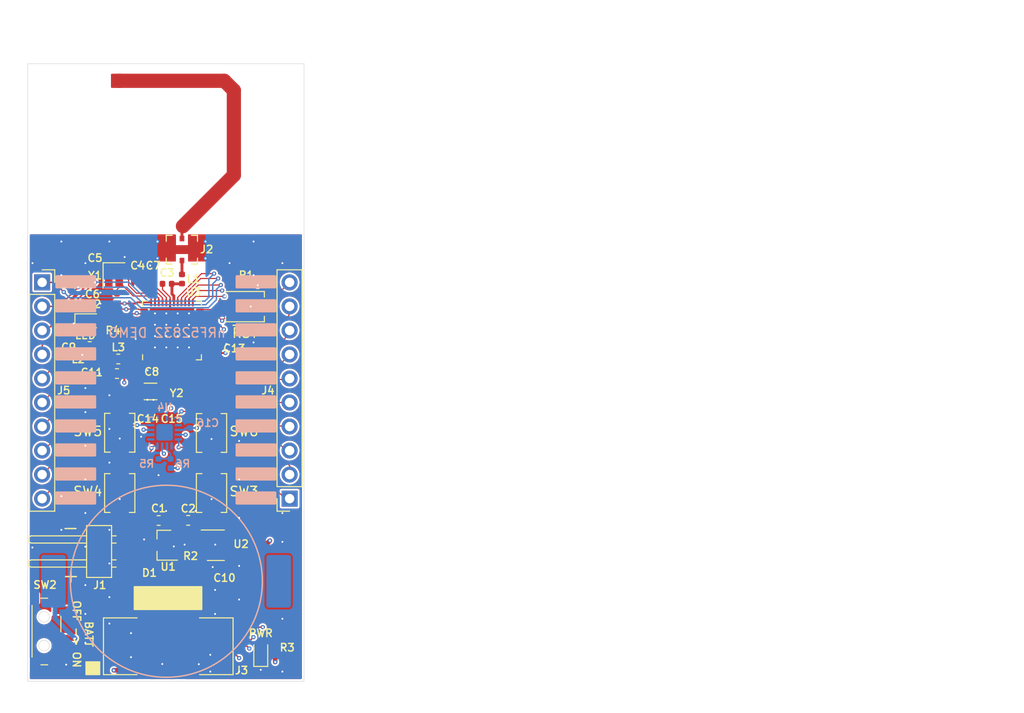
<source format=kicad_pcb>
(kicad_pcb (version 20171130) (host pcbnew "(5.1.4)-1")
  (layers (0 TOP.Cu signal) (1 GND.Cu power) (2 POWER.Cu signal) (31 BOTTOM.Cu signal) (34 B.Paste user) (35 F.Paste user) (36 B.SilkS user) (37 F.SilkS user) (38 B.Mask user) (39 F.Mask user) (44 Edge.Cuts user))
  (net 0 "")
  (net 1 /+BAT_IN)
  (net 2 GND)
  (net 3 /+REG_IN)
  (net 4 /+3V3_REG)
  (net 5 /DEC3)
  (net 6 /DEC2)
  (net 7 /DEC1)
  (net 8 "Net-(C9-Pad1)")
  (net 9 VCC)
  (net 10 "Net-(D2-Pad2)")
  (net 11 SWDIO)
  (net 12 SWDCLK)
  (net 13 SWO)
  (net 14 RESET)
  (net 15 P0.11)
  (net 16 P0.08)
  (net 17 P0.07)
  (net 18 P0.06)
  (net 19 P0.05)
  (net 20 P0.04)
  (net 21 P0.03)
  (net 22 P0.02)
  (net 23 P0.22)
  (net 24 BUTTON1)
  (net 25 BUTTON2)
  (net 26 BUTTON3)
  (net 27 BUTTON4)
  (net 28 P0.27)
  (net 29 P0.28)
  (net 30 P0.29)
  (net 31 P0.30)
  (net 32 P0.31)
  (net 33 "Net-(L2-Pad2)")
  (net 34 "Net-(L3-Pad2)")
  (net 35 /SELECT)
  (net 36 /+3V3_BAT)
  (net 37 /1Z_BTN)
  (net 38 /2Z_BTN)
  (net 39 /3Z_BTN)
  (net 40 /4Z_BTN)
  (net 41 "Net-(U3-Pad15)")
  (net 42 "Net-(U3-Pad16)")
  (net 43 "Net-(U3-Pad17)")
  (net 44 "Net-(U3-Pad18)")
  (net 45 "Net-(U3-Pad19)")
  (net 46 "Net-(U3-Pad20)")
  (net 47 "Net-(U3-Pad22)")
  (net 48 "Net-(U3-Pad23)")
  (net 49 "Net-(U3-Pad44)")
  (net 50 "Net-(U4-Pad1)")
  (net 51 "Net-(U4-Pad5)")
  (net 52 "Net-(U4-Pad9)")
  (net 53 "Net-(U4-Pad10)")
  (net 54 "Net-(U4-Pad13)")
  (net 55 "Net-(SW2-Pad3)")
  (net 56 /XC1)
  (net 57 /XC2)
  (net 58 /XL1)
  (net 59 /XL2)
  (net 60 "Net-(Y1-Pad2)")
  (net 61 "Net-(Y1-Pad4)")
  (net 62 P0.10)
  (net 63 P0.09)
  (net 64 /+4.5-6V_EXT)
  (net 65 "Net-(D3-Pad2)")
  (net 66 /ANTENNA)
  (net 67 /FEED_LC)
  (net 68 /FEED_SMA)
  (net 69 "Net-(J3-Pad8)")
  (net 70 "Net-(J3-Pad7)")
  (module nRF52832_DEMO_V01:CUS-12TB (layer TOP.Cu) (at 129.2352 114.0333 270)
    (fp_text reference SW2 (at -2.6797 1.6764 180) (layer F.SilkS) (effects (font (size 0.8 0.8))))
    (fp_text value CUS-12TB)
    (pad "" smd roundrect (at 5.7658 2.78638 270) (size 1 0.8) (layers TOP.Cu F.Paste F.Mask) (roundrect_rratio 0.1))
    (pad "" smd roundrect (at 5.7658 0.6858 270) (size 1 0.8) (layers TOP.Cu F.Paste F.Mask) (roundrect_rratio 0.1))
    (pad "" smd roundrect (at -1.27254 2.78638 270) (size 1 0.8) (layers TOP.Cu F.Paste F.Mask) (roundrect_rratio 0.1))
    (pad "" smd roundrect (at -1.27 0.6858 270) (size 1 0.8) (layers TOP.Cu F.Paste F.Mask) (roundrect_rratio 0.1))
    (pad 1 smd roundrect (at 4.5 0 270) (size 0.8 1.6) (layers TOP.Cu F.Paste F.Mask) (roundrect_rratio 0.1) (net 36 /+3V3_BAT))
    (pad 2 smd roundrect (at 3 0 270) (size 0.8 1.6) (layers TOP.Cu F.Paste F.Mask) (roundrect_rratio 0.1) (net 1 /+BAT_IN))
    (pad 3 smd roundrect (at 0 0 270) (size 0.8 1.6) (layers TOP.Cu F.Paste F.Mask) (roundrect_rratio 0.1) (net 55 "Net-(SW2-Pad3)"))
  )
  (module nRF52832_DEMO_V01:3221-10-0300-00 (layer TOP.Cu) (at 138.049 115.824)
    (fp_text reference J3 (at 10.287 4.572) (layer F.SilkS) (effects (font (size 0.8 0.8))))
    (fp_text value 3221-10-0300-00)
    (pad 2 smd roundrect (at 0 0) (size 0.65 2.76) (layers TOP.Cu F.Paste F.Mask) (roundrect_rratio 0.1) (net 11 SWDIO))
    (pad 4 smd roundrect (at 1.27 0) (size 0.65 2.76) (layers TOP.Cu F.Paste F.Mask) (roundrect_rratio 0.1) (net 12 SWDCLK))
    (pad 6 smd roundrect (at 2.54 0) (size 0.65 2.76) (layers TOP.Cu F.Paste F.Mask) (roundrect_rratio 0.1) (net 13 SWO))
    (pad 8 smd roundrect (at 3.81 0) (size 0.65 2.76) (layers TOP.Cu F.Paste F.Mask) (roundrect_rratio 0.1) (net 69 "Net-(J3-Pad8)"))
    (pad 10 smd roundrect (at 5.08 0) (size 0.65 2.76) (layers TOP.Cu F.Paste F.Mask) (roundrect_rratio 0.1) (net 14 RESET))
    (pad 9 smd roundrect (at 5.08 4.04) (size 0.65 2.76) (layers TOP.Cu F.Paste F.Mask) (roundrect_rratio 0.1) (net 2 GND) (clearance 0.001))
    (pad 5 smd roundrect (at 2.54 4.04) (size 0.65 2.76) (layers TOP.Cu F.Paste F.Mask) (roundrect_rratio 0.1) (net 2 GND) (clearance 0.001))
    (pad 7 smd roundrect (at 3.81 4.04) (size 0.65 2.76) (layers TOP.Cu F.Paste F.Mask) (roundrect_rratio 0.1) (net 70 "Net-(J3-Pad7)") (clearance 0.001))
    (pad 1 smd roundrect (at 0 4.04) (size 0.65 2.76) (layers TOP.Cu F.Paste F.Mask) (roundrect_rratio 0.1) (net 9 VCC) (clearance 0.001))
    (pad 3 smd roundrect (at 1.27 4.04) (size 0.65 2.76) (layers TOP.Cu F.Paste F.Mask) (roundrect_rratio 0.1) (net 2 GND) (clearance 0.001))
  )
  (module Capacitor_SMD:C_0603_1608Metric (layer TOP.Cu) (at 142.6972 104.5337)
    (fp_text reference C2 (at 0 -1.2446) (layer F.SilkS) (effects (font (size 0.8 0.8))))
    (fp_text value "1u, 25V")
    (pad 2 smd roundrect (at 0.7875 0) (size 0.875 0.95) (layers TOP.Cu F.Paste F.Mask) (net 2 GND))
    (pad 1 smd roundrect (at -0.7875 0) (size 0.875 0.95) (layers TOP.Cu F.Paste F.Mask) (net 4 /+3V3_REG))
  )
  (module Capacitor_SMD:C_0603_1608Metric (layer TOP.Cu) (at 139.573 104.5464)
    (fp_text reference C1 (at -0.0127 -1.2827) (layer F.SilkS) (effects (font (size 0.8 0.8))))
    (fp_text value "1u, 25V")
    (pad 2 smd roundrect (at 0.7875 0) (size 0.875 0.95) (layers TOP.Cu F.Paste F.Mask) (net 2 GND))
    (pad 1 smd roundrect (at -0.7875 0) (size 0.875 0.95) (layers TOP.Cu F.Paste F.Mask) (net 3 /+REG_IN))
  )
  (module Capacitor_SMD:C_0402_1005Metric (layer TOP.Cu) (at 140.462 79.5274 180)
    (fp_text reference C3 (at 0 1.1684) (layer F.SilkS) (effects (font (size 0.8 0.8))))
    (fp_text value "0p8, 100V")
    (pad 2 smd roundrect (at 0.485 0 180) (size 0.59 0.64) (layers TOP.Cu F.Paste F.Mask) (net 2 GND))
    (pad 1 smd roundrect (at -0.485 0 180) (size 0.59 0.64) (layers TOP.Cu F.Paste F.Mask) (net 67 /FEED_LC))
  )
  (module Capacitor_SMD:C_0402_1005Metric (layer TOP.Cu) (at 137.5156 79.0448 90)
    (fp_text reference C4 (at 1.4478 -0.1524 180) (layer F.SilkS) (effects (font (size 0.8 0.8))))
    (fp_text value "100p, 25V")
    (pad 1 smd roundrect (at -0.485 0 90) (size 0.59 0.64) (layers TOP.Cu F.Paste F.Mask) (net 5 /DEC3))
    (pad 2 smd roundrect (at 0.485 0 90) (size 0.59 0.64) (layers TOP.Cu F.Paste F.Mask) (net 2 GND))
  )
  (module Capacitor_SMD:C_0402_1005Metric (layer TOP.Cu) (at 134.6835 76.6826 180)
    (fp_text reference C5 (at 1.8415 -0.1143) (layer F.SilkS) (effects (font (size 0.8 0.8))))
    (fp_text value "12p, 25V")
    (pad 2 smd roundrect (at 0.485 0 180) (size 0.59 0.64) (layers TOP.Cu F.Paste F.Mask) (net 56 /XC1))
    (pad 1 smd roundrect (at -0.485 0 180) (size 0.59 0.64) (layers TOP.Cu F.Paste F.Mask) (net 2 GND))
  )
  (module Capacitor_SMD:C_0402_1005Metric (layer TOP.Cu) (at 134.6835 80.5561 180)
    (fp_text reference C6 (at 2.1082 -0.0635) (layer F.SilkS) (effects (font (size 0.8 0.8))))
    (fp_text value "12p, 25V")
    (pad 1 smd roundrect (at -0.485 0 180) (size 0.59 0.64) (layers TOP.Cu F.Paste F.Mask) (net 57 /XC2))
    (pad 2 smd roundrect (at 0.485 0 180) (size 0.59 0.64) (layers TOP.Cu F.Paste F.Mask) (net 2 GND))
  )
  (module Capacitor_SMD:C_0402_1005Metric (layer TOP.Cu) (at 138.7094 79.0448 90)
    (fp_text reference C7 (at 1.4478 0.2794 180) (layer F.SilkS) (effects (font (size 0.8 0.8))))
    (fp_text value NC)
    (pad 2 smd roundrect (at 0.485 0 90) (size 0.59 0.64) (layers TOP.Cu F.Paste F.Mask) (net 2 GND))
    (pad 1 smd roundrect (at -0.485 0 90) (size 0.59 0.64) (layers TOP.Cu F.Paste F.Mask) (net 6 /DEC2))
  )
  (module Capacitor_SMD:C_0402_1005Metric (layer TOP.Cu) (at 137.5664 88.7222 270)
    (fp_text reference C8 (at 0.1016 -1.27 180) (layer F.SilkS) (effects (font (size 0.8 0.8))))
    (fp_text value "100n, 25V")
    (pad 2 smd roundrect (at 0.485 0 270) (size 0.59 0.64) (layers TOP.Cu F.Paste F.Mask) (net 2 GND))
    (pad 1 smd roundrect (at -0.485 0 270) (size 0.59 0.64) (layers TOP.Cu F.Paste F.Mask) (net 7 /DEC1))
  )
  (module Capacitor_SMD:C_0603_1608Metric (layer TOP.Cu) (at 132.2831 86.1568 180)
    (fp_text reference C9 (at 2.2351 -0.0762) (layer F.SilkS) (effects (font (size 0.8 0.8))))
    (fp_text value "1u, 25V")
    (pad 2 smd roundrect (at 0.7875 0 180) (size 0.875 0.95) (layers TOP.Cu F.Paste F.Mask) (net 2 GND))
    (pad 1 smd roundrect (at -0.7875 0 180) (size 0.875 0.95) (layers TOP.Cu F.Paste F.Mask) (net 8 "Net-(C9-Pad1)"))
  )
  (module Capacitor_SMD:C_0402_1005Metric (layer TOP.Cu) (at 146.5302 109.4486 180)
    (fp_text reference C10 (at 0 -1.17) (layer F.SilkS) (effects (font (size 0.8 0.8))))
    (fp_text value "100n, 25V")
    (pad 2 smd roundrect (at 0.485 0 180) (size 0.59 0.64) (layers TOP.Cu F.Paste F.Mask) (net 2 GND))
    (pad 1 smd roundrect (at -0.485 0 180) (size 0.59 0.64) (layers TOP.Cu F.Paste F.Mask) (net 9 VCC))
  )
  (module Capacitor_SMD:C_0603_1608Metric (layer TOP.Cu) (at 135.1661 89.0143 180)
    (fp_text reference C11 (at 2.667 0.127) (layer F.SilkS) (effects (font (size 0.8 0.8))))
    (fp_text value "4u7, 25V")
    (pad 1 smd roundrect (at -0.7875 0 180) (size 0.875 0.95) (layers TOP.Cu F.Paste F.Mask) (net 9 VCC))
    (pad 2 smd roundrect (at 0.7875 0 180) (size 0.875 0.95) (layers TOP.Cu F.Paste F.Mask) (net 2 GND))
  )
  (module Capacitor_SMD:C_0402_1005Metric (layer TOP.Cu) (at 134.6835 81.6102 180)
    (fp_text reference C12 (at 2.3622 -0.0635) (layer F.SilkS) (effects (font (size 0.8 0.8))))
    (fp_text value "100n, 25V")
    (pad 1 smd roundrect (at -0.485 0 180) (size 0.59 0.64) (layers TOP.Cu F.Paste F.Mask) (net 9 VCC))
    (pad 2 smd roundrect (at 0.485 0 180) (size 0.59 0.64) (layers TOP.Cu F.Paste F.Mask) (net 2 GND))
  )
  (module Capacitor_SMD:C_0402_1005Metric (layer TOP.Cu) (at 145.923 86.36 90)
    (fp_text reference C13 (at 0 1.651 180) (layer F.SilkS) (effects (font (size 0.8 0.8))))
    (fp_text value "100n, 25V")
    (pad 1 smd roundrect (at -0.485 0 90) (size 0.59 0.64) (layers TOP.Cu F.Paste F.Mask) (net 9 VCC))
    (pad 2 smd roundrect (at 0.485 0 90) (size 0.59 0.64) (layers TOP.Cu F.Paste F.Mask) (net 2 GND))
  )
  (module Capacitor_SMD:C_0402_1005Metric (layer TOP.Cu) (at 137.6934 92.6084)
    (fp_text reference C14 (at 0.7366 1.1938) (layer F.SilkS) (effects (font (size 0.8 0.8))))
    (fp_text value "12p, 25V")
    (pad 1 smd roundrect (at -0.485 0) (size 0.59 0.64) (layers TOP.Cu F.Paste F.Mask) (net 58 /XL1))
    (pad 2 smd roundrect (at 0.485 0) (size 0.59 0.64) (layers TOP.Cu F.Paste F.Mask) (net 2 GND))
  )
  (module Capacitor_SMD:C_0402_1005Metric (layer TOP.Cu) (at 139.7254 92.6084)
    (fp_text reference C15 (at 1.2446 1.1938) (layer F.SilkS) (effects (font (size 0.8 0.8))))
    (fp_text value "12p, 25V")
    (pad 2 smd roundrect (at 0.485 0) (size 0.59 0.64) (layers TOP.Cu F.Paste F.Mask) (net 59 /XL2))
    (pad 1 smd roundrect (at -0.485 0) (size 0.59 0.64) (layers TOP.Cu F.Paste F.Mask) (net 2 GND))
  )
  (module Capacitor_SMD:C_0402_1005Metric (layer BOTTOM.Cu) (at 142.8623 94.2848 270)
    (fp_text reference C16 (at -0.0508 -1.9177) (layer B.SilkS) (effects (font (size 0.8 0.8)) (justify mirror)))
    (fp_text value "100n, 25V")
    (pad 1 smd roundrect (at -0.485 0 270) (size 0.59 0.64) (layers BOTTOM.Cu B.Paste B.Mask) (net 2 GND))
    (pad 2 smd roundrect (at 0.485 0 270) (size 0.59 0.64) (layers BOTTOM.Cu B.Paste B.Mask) (net 9 VCC))
  )
  (module LED_SMD:LED_0603_1608Metric (layer TOP.Cu) (at 150.368 118.491 90)
    (fp_text reference PWR (at 2.032 0 180) (layer F.SilkS) (effects (font (size 0.8 0.8))))
    (fp_text value GRN)
    (pad 2 smd roundrect (at 0.7875 0 90) (size 0.875 0.95) (layers TOP.Cu F.Paste F.Mask) (net 10 "Net-(D2-Pad2)"))
    (pad 1 smd roundrect (at -0.7875 0 90) (size 0.875 0.95) (layers TOP.Cu F.Paste F.Mask) (net 2 GND))
  )
  (module LED_SMD:LED_0603_1608Metric (layer TOP.Cu) (at 132.207 83.439)
    (fp_text reference LED (at -0.381 1.524) (layer F.SilkS) (effects (font (size 0.8 0.8))))
    (fp_text value GRN)
    (pad 1 smd roundrect (at -0.7875 0) (size 0.875 0.95) (layers TOP.Cu F.Paste F.Mask) (net 2 GND))
    (pad 2 smd roundrect (at 0.7875 0) (size 0.875 0.95) (layers TOP.Cu F.Paste F.Mask) (net 65 "Net-(D3-Pad2)"))
  )
  (module nRF52832_DEMO_V01:M20-8890245 (layer TOP.Cu) (at 136.398 109.093 90)
    (fp_text reference J1 (at -2.286 -3.048 180) (layer F.SilkS) (effects (font (size 0.8 0.8))))
    (fp_text value M20-8890245)
    (pad 1 smd roundrect (at 0 0 90) (size 1.02 2.25) (layers TOP.Cu F.Paste F.Mask) (roundrect_rratio 0.1) (net 64 /+4.5-6V_EXT))
    (pad 2 smd roundrect (at 2.54 0 90) (size 1.02 2.25) (layers TOP.Cu F.Paste F.Mask) (roundrect_rratio 0.1) (net 2 GND))
  )
  (module Connector_PinSocket_2.54mm:PinSocket_1x10_P2.54mm_Vertical (layer TOP.Cu) (at 153.416 102.235 180)
    (fp_text reference J4 (at 2.286 11.43) (layer F.SilkS) (effects (font (size 0.8 0.8))))
    (fp_text value Conn_01x10_Male)
    (pad 10 thru_hole oval (at 0 22.86 180) (size 1.7 1.7) (drill 1) (layers *.Cu *.Mask) (net 15 P0.11))
    (pad 9 thru_hole oval (at 0 20.32 180) (size 1.7 1.7) (drill 1) (layers *.Cu *.Mask) (net 62 P0.10))
    (pad 8 thru_hole oval (at 0 17.78 180) (size 1.7 1.7) (drill 1) (layers *.Cu *.Mask) (net 63 P0.09))
    (pad 7 thru_hole oval (at 0 15.24 180) (size 1.7 1.7) (drill 1) (layers *.Cu *.Mask) (net 16 P0.08))
    (pad 6 thru_hole oval (at 0 12.7 180) (size 1.7 1.7) (drill 1) (layers *.Cu *.Mask) (net 17 P0.07))
    (pad 5 thru_hole oval (at 0 10.16 180) (size 1.7 1.7) (drill 1) (layers *.Cu *.Mask) (net 18 P0.06))
    (pad 4 thru_hole oval (at 0 7.62 180) (size 1.7 1.7) (drill 1) (layers *.Cu *.Mask) (net 19 P0.05))
    (pad 3 thru_hole oval (at 0 5.08 180) (size 1.7 1.7) (drill 1) (layers *.Cu *.Mask) (net 20 P0.04))
    (pad 2 thru_hole oval (at 0 2.54 180) (size 1.7 1.7) (drill 1) (layers *.Cu *.Mask) (net 21 P0.03))
    (pad 1 thru_hole rect (at 0 0 180) (size 1.7 1.7) (drill 1) (layers *.Cu *.Mask) (net 22 P0.02))
  )
  (module Connector_PinSocket_2.54mm:PinSocket_1x10_P2.54mm_Vertical (layer TOP.Cu) (at 127.254 79.375)
    (fp_text reference J5 (at 2.286 11.43) (layer F.SilkS) (effects (font (size 0.8 0.8))))
    (fp_text value Conn_01x10_Male)
    (pad 1 thru_hole rect (at 0 0) (size 1.7 1.7) (drill 1) (layers *.Cu *.Mask) (net 23 P0.22))
    (pad 2 thru_hole oval (at 0 2.54) (size 1.7 1.7) (drill 1) (layers *.Cu *.Mask) (net 24 BUTTON1))
    (pad 3 thru_hole oval (at 0 5.08) (size 1.7 1.7) (drill 1) (layers *.Cu *.Mask) (net 25 BUTTON2))
    (pad 4 thru_hole oval (at 0 7.62) (size 1.7 1.7) (drill 1) (layers *.Cu *.Mask) (net 26 BUTTON3))
    (pad 5 thru_hole oval (at 0 10.16) (size 1.7 1.7) (drill 1) (layers *.Cu *.Mask) (net 27 BUTTON4))
    (pad 6 thru_hole oval (at 0 12.7) (size 1.7 1.7) (drill 1) (layers *.Cu *.Mask) (net 28 P0.27))
    (pad 7 thru_hole oval (at 0 15.24) (size 1.7 1.7) (drill 1) (layers *.Cu *.Mask) (net 29 P0.28))
    (pad 8 thru_hole oval (at 0 17.78) (size 1.7 1.7) (drill 1) (layers *.Cu *.Mask) (net 30 P0.29))
    (pad 9 thru_hole oval (at 0 20.32) (size 1.7 1.7) (drill 1) (layers *.Cu *.Mask) (net 31 P0.30))
    (pad 10 thru_hole oval (at 0 22.86) (size 1.7 1.7) (drill 1) (layers *.Cu *.Mask) (net 32 P0.31))
  )
  (module Inductor_SMD:L_0402_1005Metric (layer TOP.Cu) (at 142.0368 79.0194 270)
    (fp_text reference L1 (at 0 -1.2192 180) (layer F.SilkS) (effects (font (size 0.8 0.8))))
    (fp_text value 3n9)
    (pad 2 smd roundrect (at 0.485 0 270) (size 0.59 0.64) (layers TOP.Cu F.Paste F.Mask) (net 67 /FEED_LC))
    (pad 1 smd roundrect (at -0.485 0 270) (size 0.59 0.64) (layers TOP.Cu F.Paste F.Mask) (net 68 /FEED_SMA))
  )
  (module Inductor_SMD:L_0402_1005Metric (layer TOP.Cu) (at 132.715 87.5284)
    (fp_text reference L2 (at -1.651 -0.0254) (layer F.SilkS) (effects (font (size 0.8 0.8))))
    (fp_text value 15n)
    (pad 1 smd roundrect (at -0.485 0) (size 0.59 0.64) (layers TOP.Cu F.Paste F.Mask) (net 8 "Net-(C9-Pad1)"))
    (pad 2 smd roundrect (at 0.485 0) (size 0.59 0.64) (layers TOP.Cu F.Paste F.Mask) (net 33 "Net-(L2-Pad2)"))
  )
  (module Inductor_SMD:L_0603_1608Metric (layer TOP.Cu) (at 135.3058 87.4776)
    (fp_text reference L3 (at 0 -1.2446) (layer F.SilkS) (effects (font (size 0.8 0.8))))
    (fp_text value 10u)
    (pad 1 smd roundrect (at -0.7875 0) (size 0.875 0.95) (layers TOP.Cu F.Paste F.Mask) (net 33 "Net-(L2-Pad2)"))
    (pad 2 smd roundrect (at 0.7875 0) (size 0.875 0.95) (layers TOP.Cu F.Paste F.Mask) (net 34 "Net-(L3-Pad2)"))
  )
  (module Resistor_SMD:R_0402_1005Metric (layer TOP.Cu) (at 148.8567 79.6544 180)
    (fp_text reference R1 (at 0.0254 1.0414) (layer F.SilkS) (effects (font (size 0.8 0.8))))
    (fp_text value 10KR)
    (pad 1 smd roundrect (at -0.485 0 180) (size 0.59 0.64) (layers TOP.Cu F.Paste F.Mask) (net 9 VCC))
    (pad 2 smd roundrect (at 0.485 0 180) (size 0.59 0.64) (layers TOP.Cu F.Paste F.Mask) (net 14 RESET))
  )
  (module Resistor_SMD:R_0402_1005Metric (layer TOP.Cu) (at 143.0782 106.6546 270)
    (fp_text reference R2 (at 1.651 0.127 180) (layer F.SilkS) (effects (font (size 0.8 0.8))))
    (fp_text value 10KR)
    (pad 1 smd roundrect (at -0.485 0 270) (size 0.59 0.64) (layers TOP.Cu F.Paste F.Mask) (net 4 /+3V3_REG))
    (pad 2 smd roundrect (at 0.485 0 270) (size 0.59 0.64) (layers TOP.Cu F.Paste F.Mask) (net 2 GND))
  )
  (module Resistor_SMD:R_0402_1005Metric (layer TOP.Cu) (at 151.892 118.11 90)
    (fp_text reference R3 (at 0.127 1.27 180) (layer F.SilkS) (effects (font (size 0.8 0.8))))
    (fp_text value 560R)
    (pad 2 smd roundrect (at 0.485 0 90) (size 0.59 0.64) (layers TOP.Cu F.Paste F.Mask) (net 10 "Net-(D2-Pad2)"))
    (pad 1 smd roundrect (at -0.485 0 90) (size 0.59 0.64) (layers TOP.Cu F.Paste F.Mask) (net 9 VCC))
  )
  (module Resistor_SMD:R_0402_1005Metric (layer TOP.Cu) (at 134.747 83.439 180)
    (fp_text reference R4 (at 0 -1.016) (layer F.SilkS) (effects (font (size 0.8 0.8))))
    (fp_text value 560R)
    (pad 2 smd roundrect (at 0.485 0 180) (size 0.59 0.64) (layers TOP.Cu F.Paste F.Mask) (net 65 "Net-(D3-Pad2)"))
    (pad 1 smd roundrect (at -0.485 0 180) (size 0.59 0.64) (layers TOP.Cu F.Paste F.Mask) (net 28 P0.27))
  )
  (module Resistor_SMD:R_0402_1005Metric (layer BOTTOM.Cu) (at 139.5603 98.5266 270)
    (fp_text reference R5 (at 0.0254 1.2573) (layer B.SilkS) (effects (font (size 0.8 0.8)) (justify mirror)))
    (fp_text value NC)
    (pad 1 smd roundrect (at -0.485 0 270) (size 0.59 0.64) (layers BOTTOM.Cu B.Paste B.Mask) (net 35 /SELECT))
    (pad 2 smd roundrect (at 0.485 0 270) (size 0.59 0.64) (layers BOTTOM.Cu B.Paste B.Mask) (net 2 GND))
  )
  (module Resistor_SMD:R_0402_1005Metric (layer BOTTOM.Cu) (at 140.8303 98.5266 270)
    (fp_text reference R6 (at 0.0254 -1.2827) (layer B.SilkS) (effects (font (size 0.8 0.8)) (justify mirror)))
    (fp_text value 100KR)
    (pad 2 smd roundrect (at 0.485 0 270) (size 0.59 0.64) (layers BOTTOM.Cu B.Paste B.Mask) (net 9 VCC))
    (pad 1 smd roundrect (at -0.485 0 270) (size 0.59 0.64) (layers BOTTOM.Cu B.Paste B.Mask) (net 35 /SELECT))
  )
  (module nRF52832_DEMO_V01:Pushbutton_Generic (layer TOP.Cu) (at 150.6474 81.9404 180)
    (fp_text reference ~RST (at 1.9431 -2.794) (layer F.SilkS))
    (fp_text value SW_Push)
    (pad 1 smd roundrect (at 0 0 180) (size 1.8 1.4) (layers TOP.Cu F.Paste F.Mask) (roundrect_rratio 0.1) (net 2 GND))
    (pad 2 smd roundrect (at 3.9 0 180) (size 1.8 1.4) (layers TOP.Cu F.Paste F.Mask) (roundrect_rratio 0.1) (net 14 RESET))
  )
  (module nRF52832_DEMO_V01:Pushbutton_Generic (layer TOP.Cu) (at 145.161 99.695 270)
    (fp_text reference SW3 (at 1.778 -3.429 180) (layer F.SilkS))
    (fp_text value SW_Push)
    (pad 2 smd roundrect (at 3.9 0 270) (size 1.8 1.4) (layers TOP.Cu F.Paste F.Mask) (roundrect_rratio 0.1) (net 2 GND))
    (pad 1 smd roundrect (at 0 0 270) (size 1.8 1.4) (layers TOP.Cu F.Paste F.Mask) (roundrect_rratio 0.1) (net 37 /1Z_BTN))
  )
  (module nRF52832_DEMO_V01:Pushbutton_Generic (layer TOP.Cu) (at 135.4582 99.695 270)
    (fp_text reference SW4 (at 1.778 3.3782 180) (layer F.SilkS))
    (fp_text value SW_Push)
    (pad 1 smd roundrect (at 0 0 270) (size 1.8 1.4) (layers TOP.Cu F.Paste F.Mask) (roundrect_rratio 0.1) (net 38 /2Z_BTN))
    (pad 2 smd roundrect (at 3.9 0 270) (size 1.8 1.4) (layers TOP.Cu F.Paste F.Mask) (roundrect_rratio 0.1) (net 2 GND))
  )
  (module nRF52832_DEMO_V01:Pushbutton_Generic (layer TOP.Cu) (at 135.4582 93.3196 270)
    (fp_text reference SW5 (at 1.8034 3.3782 180) (layer F.SilkS))
    (fp_text value SW_Push)
    (pad 1 smd roundrect (at 0 0 270) (size 1.8 1.4) (layers TOP.Cu F.Paste F.Mask) (roundrect_rratio 0.1) (net 39 /3Z_BTN))
    (pad 2 smd roundrect (at 3.9 0 270) (size 1.8 1.4) (layers TOP.Cu F.Paste F.Mask) (roundrect_rratio 0.1) (net 2 GND))
  )
  (module nRF52832_DEMO_V01:Pushbutton_Generic (layer TOP.Cu) (at 145.161 93.345 270)
    (fp_text reference SW6 (at 1.778 -3.429 180) (layer F.SilkS))
    (fp_text value TL1015AF160QG)
    (pad 2 smd roundrect (at 3.9 0 270) (size 1.8 1.4) (layers TOP.Cu F.Paste F.Mask) (roundrect_rratio 0.1) (net 2 GND))
    (pad 1 smd roundrect (at 0 0 270) (size 1.8 1.4) (layers TOP.Cu F.Paste F.Mask) (roundrect_rratio 0.1) (net 40 /4Z_BTN))
  )
  (module Package_TO_SOT_SMD:SOT-23 (layer TOP.Cu) (at 140.1572 107.1626 180)
    (fp_text reference U1 (at -0.4191 -2.2733) (layer F.SilkS) (effects (font (size 0.8 0.8))))
    (fp_text value AP7333-33SAG-7)
    (pad 1 smd rect (at -1 -0.95 180) (size 0.9 0.8) (layers TOP.Cu F.Paste F.Mask) (net 2 GND))
    (pad 2 smd rect (at -1 0.95 180) (size 0.9 0.8) (layers TOP.Cu F.Paste F.Mask) (net 4 /+3V3_REG))
    (pad 3 smd rect (at 1 0 180) (size 0.9 0.8) (layers TOP.Cu F.Paste F.Mask) (net 3 /+REG_IN))
  )
  (module Package_TO_SOT_SMD:SOT-23-5 (layer TOP.Cu) (at 145.6182 107.1626)
    (fp_text reference U2 (at 2.667 -0.127) (layer F.SilkS) (effects (font (size 0.8 0.8))))
    (fp_text value TPS2105DBVR)
    (pad 1 smd rect (at -1.1 -0.95) (size 1.06 0.65) (layers TOP.Cu F.Paste F.Mask) (net 4 /+3V3_REG))
    (pad 2 smd rect (at -1.1 0) (size 1.06 0.65) (layers TOP.Cu F.Paste F.Mask) (net 2 GND))
    (pad 3 smd rect (at -1.1 0.95) (size 1.06 0.65) (layers TOP.Cu F.Paste F.Mask) (net 36 /+3V3_BAT))
    (pad 4 smd rect (at 1.1 0.95) (size 1.06 0.65) (layers TOP.Cu F.Paste F.Mask) (net 9 VCC))
    (pad 5 smd rect (at 1.1 -0.95) (size 1.06 0.65) (layers TOP.Cu F.Paste F.Mask) (net 4 /+3V3_REG))
  )
  (module Package_DFN_QFN:QFN-16-1EP_3x3mm_P0.5mm_EP1.75x1.75mm (layer BOTTOM.Cu) (at 140.1953 95.2246 90)
    (fp_text reference U4 (at 2.6416 0.0127) (layer B.SilkS) (effects (font (size 0.8 0.8)) (justify mirror)))
    (fp_text value NX3DV2567)
    (pad 17 smd roundrect (at 0 0 90) (size 1.75 1.75) (layers BOTTOM.Cu B.Mask) (roundrect_rratio 0.142857))
    (pad 1 smd roundrect (at -1.4625 0.75 90) (size 0.775 0.25) (layers BOTTOM.Cu B.Paste B.Mask) (net 50 "Net-(U4-Pad1)"))
    (pad 2 smd roundrect (at -1.4625 0.25 90) (size 0.775 0.25) (layers BOTTOM.Cu B.Paste B.Mask) (net 35 /SELECT))
    (pad 3 smd roundrect (at -1.4625 -0.25 90) (size 0.775 0.25) (layers BOTTOM.Cu B.Paste B.Mask) (net 25 BUTTON2))
    (pad 4 smd roundrect (at -1.4625 -0.75 90) (size 0.775 0.25) (layers BOTTOM.Cu B.Paste B.Mask) (net 38 /2Z_BTN))
    (pad 5 smd roundrect (at -0.75 -1.4625 90) (size 0.25 0.775) (layers BOTTOM.Cu B.Paste B.Mask) (net 51 "Net-(U4-Pad5)"))
    (pad 6 smd roundrect (at -0.25 -1.4625 90) (size 0.25 0.775) (layers BOTTOM.Cu B.Paste B.Mask) (net 2 GND))
    (pad 7 smd roundrect (at 0.25 -1.4625 90) (size 0.25 0.775) (layers BOTTOM.Cu B.Paste B.Mask) (net 26 BUTTON3))
    (pad 8 smd roundrect (at 0.75 -1.4625 90) (size 0.25 0.775) (layers BOTTOM.Cu B.Paste B.Mask) (net 39 /3Z_BTN))
    (pad 9 smd roundrect (at 1.4625 -0.75 90) (size 0.775 0.25) (layers BOTTOM.Cu B.Paste B.Mask) (net 52 "Net-(U4-Pad9)"))
    (pad 10 smd roundrect (at 1.4625 -0.25 90) (size 0.775 0.25) (layers BOTTOM.Cu B.Paste B.Mask) (net 53 "Net-(U4-Pad10)"))
    (pad 11 smd roundrect (at 1.4625 0.25 90) (size 0.775 0.25) (layers BOTTOM.Cu B.Paste B.Mask) (net 27 BUTTON4))
    (pad 12 smd roundrect (at 1.4625 0.75 90) (size 0.775 0.25) (layers BOTTOM.Cu B.Paste B.Mask) (net 40 /4Z_BTN))
    (pad 13 smd roundrect (at 0.75 1.4625 90) (size 0.25 0.775) (layers BOTTOM.Cu B.Paste B.Mask) (net 54 "Net-(U4-Pad13)"))
    (pad 14 smd roundrect (at 0.25 1.4625 90) (size 0.25 0.775) (layers BOTTOM.Cu B.Paste B.Mask) (net 9 VCC))
    (pad 15 smd roundrect (at -0.25 1.4625 90) (size 0.25 0.775) (layers BOTTOM.Cu B.Paste B.Mask) (net 24 BUTTON1))
    (pad 16 smd roundrect (at -0.75 1.4625 90) (size 0.25 0.775) (layers BOTTOM.Cu B.Paste B.Mask) (net 37 /1Z_BTN))
  )
  (module Crystal:Crystal_SMD_3215-2Pin_3.2x1.5mm (layer TOP.Cu) (at 138.7094 90.9066)
    (fp_text reference Y2 (at 2.7686 0.1778) (layer F.SilkS) (effects (font (size 0.8 0.8))))
    (fp_text value "FC-135R 32.7680KA-AC3")
    (pad 1 smd rect (at 1.25 0) (size 1 1.8) (layers TOP.Cu F.Paste F.Mask) (net 59 /XL2))
    (pad 2 smd rect (at -1.25 0) (size 1 1.8) (layers TOP.Cu F.Paste F.Mask) (net 58 /XL1))
  )
  (module Crystal:Crystal_SMD_2016-4Pin_2.0x1.6mm (layer TOP.Cu) (at 134.8486 78.6511 270)
    (fp_text reference Y1 (at 0 2.0066 180) (layer F.SilkS) (effects (font (size 0.8 0.8))))
    (fp_text value Q22FA12800025)
    (pad 1 smd rect (at -0.7 0.55 270) (size 0.9 0.8) (layers TOP.Cu F.Paste F.Mask) (net 56 /XC1))
    (pad 2 smd rect (at 0.7 0.55 270) (size 0.9 0.8) (layers TOP.Cu F.Paste F.Mask) (net 60 "Net-(Y1-Pad2)"))
    (pad 3 smd rect (at 0.7 -0.55 270) (size 0.9 0.8) (layers TOP.Cu F.Paste F.Mask) (net 57 /XC2))
    (pad 4 smd rect (at -0.7 -0.55 270) (size 0.9 0.8) (layers TOP.Cu F.Paste F.Mask) (net 61 "Net-(Y1-Pad4)"))
  )
  (module nRF52832_DEMO_V01:BC-2003-G-TR (layer BOTTOM.Cu) (at 128.4478 110.9726)
    (fp_text reference BT1 hide)
    (fp_text value "CR2032 CLIP")
    (pad 1 smd roundrect (at 0 0) (size 2.6 5.56) (layers BOTTOM.Cu B.Paste B.Mask) (roundrect_rratio 0.1) (net 1 /+BAT_IN))
    (pad "" smd roundrect (at 23.81 0) (size 2.6 5.56) (layers BOTTOM.Cu B.Paste B.Mask) (roundrect_rratio 0.1))
    (pad 2 smd circle (at 11.905 0) (size 19 19) (layers BOTTOM.Cu B.Paste B.Mask) (net 2 GND))
  )
  (module nRF52832_DEMO_V01:NSR0620P2T5G (layer TOP.Cu) (at 138.6078 108.2548 270)
    (fp_text reference D1 (at 1.8288 0.00508 180) (layer F.SilkS) (effects (font (size 0.8 0.8))))
    (fp_text value NSR0620P2T5G)
    (pad 1 smd roundrect (at 0 0 270) (size 0.36 0.25) (layers TOP.Cu F.Paste F.Mask) (roundrect_rratio 0.1) (net 3 /+REG_IN))
    (pad 2 smd roundrect (at 0.84 0 270) (size 0.36 0.25) (layers TOP.Cu F.Paste F.Mask) (roundrect_rratio 0.1) (net 64 /+4.5-6V_EXT))
  )
  (module Package_DFN_QFN:QFN-48-1EP_6x6mm_P0.4mm_EP4.6x4.6mm_ThermalVias (layer TOP.Cu) (at 140.9827 84.455 90)
    (fp_text reference U3 (at 4.064 2.2733 180) (layer F.SilkS) (effects (font (size 0.8 0.8))))
    (fp_text value nRF52832-QFxx)
    (pad 49 smd roundrect (at 0 0 90) (size 4.6 4.6) (layers TOP.Cu F.Mask) (roundrect_rratio 0.054348) (net 2 GND))
    (pad 49 thru_hole circle (at -1.8 -1.8 90) (size 0.5 0.5) (drill 0.2) (layers *.Cu) (net 2 GND))
    (pad 49 thru_hole circle (at -0.6 -1.8 90) (size 0.5 0.5) (drill 0.2) (layers *.Cu) (net 2 GND))
    (pad 49 thru_hole circle (at 0.6 -1.8 90) (size 0.5 0.5) (drill 0.2) (layers *.Cu) (net 2 GND))
    (pad 49 thru_hole circle (at 1.8 -1.8 90) (size 0.5 0.5) (drill 0.2) (layers *.Cu) (net 2 GND) (clearance 0.15))
    (pad 49 thru_hole circle (at -1.8 -0.6 90) (size 0.5 0.5) (drill 0.2) (layers *.Cu) (net 2 GND))
    (pad 49 thru_hole circle (at -0.6 -0.6 90) (size 0.5 0.5) (drill 0.2) (layers *.Cu) (net 2 GND))
    (pad 49 thru_hole circle (at 0.6 -0.6 90) (size 0.5 0.5) (drill 0.2) (layers *.Cu) (net 2 GND))
    (pad 49 thru_hole circle (at 1.8 -0.6 90) (size 0.5 0.5) (drill 0.2) (layers *.Cu) (net 2 GND))
    (pad 49 thru_hole circle (at -1.8 0.6 90) (size 0.5 0.5) (drill 0.2) (layers *.Cu) (net 2 GND))
    (pad 49 thru_hole circle (at -0.6 0.6 90) (size 0.5 0.5) (drill 0.2) (layers *.Cu) (net 2 GND))
    (pad 49 thru_hole circle (at 0.6 0.6 90) (size 0.5 0.5) (drill 0.2) (layers *.Cu) (net 2 GND))
    (pad 49 thru_hole circle (at 1.8 0.6 90) (size 0.5 0.5) (drill 0.2) (layers *.Cu) (net 2 GND))
    (pad 49 thru_hole circle (at -1.8 1.8 90) (size 0.5 0.5) (drill 0.2) (layers *.Cu) (net 2 GND))
    (pad 49 thru_hole circle (at -0.6 1.8 90) (size 0.5 0.5) (drill 0.2) (layers *.Cu) (net 2 GND))
    (pad 49 thru_hole circle (at 0.6 1.8 90) (size 0.5 0.5) (drill 0.2) (layers *.Cu) (net 2 GND))
    (pad 49 thru_hole circle (at 1.8 1.8 90) (size 0.5 0.5) (drill 0.2) (layers *.Cu) (net 2 GND))
    (pad 49 smd roundrect (at 0 0 90) (size 4.1 4.1) (layers BOTTOM.Cu) (roundrect_rratio 0.060976) (net 2 GND))
    (pad 1 smd roundrect (at -2.95 -2.2 90) (size 0.8 0.2) (layers TOP.Cu F.Paste F.Mask) (net 7 /DEC1))
    (pad 2 smd roundrect (at -2.95 -1.8 90) (size 0.8 0.2) (layers TOP.Cu F.Paste F.Mask) (net 58 /XL1))
    (pad 3 smd roundrect (at -2.95 -1.4 90) (size 0.8 0.2) (layers TOP.Cu F.Paste F.Mask) (net 59 /XL2))
    (pad 4 smd roundrect (at -2.95 -1 90) (size 0.8 0.2) (layers TOP.Cu F.Paste F.Mask) (net 22 P0.02))
    (pad 5 smd roundrect (at -2.95 -0.6 90) (size 0.8 0.2) (layers TOP.Cu F.Paste F.Mask) (net 21 P0.03))
    (pad 6 smd roundrect (at -2.95 -0.2 90) (size 0.8 0.2) (layers TOP.Cu F.Paste F.Mask) (net 20 P0.04))
    (pad 7 smd roundrect (at -2.95 0.2 90) (size 0.8 0.2) (layers TOP.Cu F.Paste F.Mask) (net 19 P0.05))
    (pad 8 smd roundrect (at -2.95 0.6 90) (size 0.8 0.2) (layers TOP.Cu F.Paste F.Mask) (net 18 P0.06))
    (pad 9 smd roundrect (at -2.95 1 90) (size 0.8 0.2) (layers TOP.Cu F.Paste F.Mask) (net 17 P0.07))
    (pad 10 smd roundrect (at -2.95 1.4 90) (size 0.8 0.2) (layers TOP.Cu F.Paste F.Mask) (net 16 P0.08))
    (pad 11 smd roundrect (at -2.95 1.8 90) (size 0.8 0.2) (layers TOP.Cu F.Paste F.Mask) (net 63 P0.09))
    (pad 12 smd roundrect (at -2.95 2.2 90) (size 0.8 0.2) (layers TOP.Cu F.Paste F.Mask) (net 62 P0.10))
    (pad 13 smd roundrect (at -2.2 2.95 90) (size 0.2 0.8) (layers TOP.Cu F.Paste F.Mask) (net 9 VCC))
    (pad 14 smd roundrect (at -1.8 2.95 90) (size 0.2 0.8) (layers TOP.Cu F.Paste F.Mask) (net 15 P0.11))
    (pad 15 smd roundrect (at -1.4 2.95 90) (size 0.2 0.8) (layers TOP.Cu F.Paste F.Mask) (net 41 "Net-(U3-Pad15)"))
    (pad 16 smd roundrect (at -1 2.95 90) (size 0.2 0.8) (layers TOP.Cu F.Paste F.Mask) (net 42 "Net-(U3-Pad16)"))
    (pad 17 smd roundrect (at -0.6 2.95 90) (size 0.2 0.8) (layers TOP.Cu F.Paste F.Mask) (net 43 "Net-(U3-Pad17)"))
    (pad 18 smd roundrect (at -0.2 2.95 90) (size 0.2 0.8) (layers TOP.Cu F.Paste F.Mask) (net 44 "Net-(U3-Pad18)"))
    (pad 19 smd roundrect (at 0.2 2.95 90) (size 0.2 0.8) (layers TOP.Cu F.Paste F.Mask) (net 45 "Net-(U3-Pad19)"))
    (pad 20 smd roundrect (at 0.6 2.95 90) (size 0.2 0.8) (layers TOP.Cu F.Paste F.Mask) (net 46 "Net-(U3-Pad20)"))
    (pad 21 smd roundrect (at 1 2.95 90) (size 0.2 0.8) (layers TOP.Cu F.Paste F.Mask) (net 13 SWO))
    (pad 22 smd roundrect (at 1.4 2.95 90) (size 0.2 0.8) (layers TOP.Cu F.Paste F.Mask) (net 47 "Net-(U3-Pad22)"))
    (pad 23 smd roundrect (at 1.8 2.95 90) (size 0.2 0.8) (layers TOP.Cu F.Paste F.Mask) (net 48 "Net-(U3-Pad23)"))
    (pad 24 smd roundrect (at 2.2 2.95 90) (size 0.2 0.8) (layers TOP.Cu F.Paste F.Mask) (net 14 RESET))
    (pad 25 smd roundrect (at 2.95 2.2 90) (size 0.8 0.2) (layers TOP.Cu F.Paste F.Mask) (net 12 SWDCLK))
    (pad 26 smd roundrect (at 2.95 1.8 90) (size 0.8 0.2) (layers TOP.Cu F.Paste F.Mask) (net 11 SWDIO))
    (pad 27 smd roundrect (at 2.95 1.4 90) (size 0.8 0.2) (layers TOP.Cu F.Paste F.Mask) (net 23 P0.22))
    (pad 28 smd roundrect (at 2.95 1 90) (size 0.8 0.2) (layers TOP.Cu F.Paste F.Mask) (net 24 BUTTON1))
    (pad 29 smd roundrect (at 2.95 0.6 90) (size 0.8 0.2) (layers TOP.Cu F.Paste F.Mask) (net 25 BUTTON2))
    (pad 30 smd roundrect (at 2.95 0.2 90) (size 0.8 0.2) (layers TOP.Cu F.Paste F.Mask) (net 67 /FEED_LC))
    (pad 31 smd roundrect (at 2.95 -0.2 90) (size 0.8 0.2) (layers TOP.Cu F.Paste F.Mask) (net 2 GND))
    (pad 32 smd roundrect (at 2.95 -0.6 90) (size 0.8 0.2) (layers TOP.Cu F.Paste F.Mask) (net 6 /DEC2))
    (pad 33 smd roundrect (at 2.95 -1 90) (size 0.8 0.2) (layers TOP.Cu F.Paste F.Mask) (net 5 /DEC3))
    (pad 34 smd roundrect (at 2.95 -1.4 90) (size 0.8 0.2) (layers TOP.Cu F.Paste F.Mask) (net 56 /XC1))
    (pad 35 smd roundrect (at 2.95 -1.8 90) (size 0.8 0.2) (layers TOP.Cu F.Paste F.Mask) (net 57 /XC2))
    (pad 36 smd roundrect (at 2.95 -2.2 90) (size 0.8 0.2) (layers TOP.Cu F.Paste F.Mask) (net 9 VCC))
    (pad 37 smd roundrect (at 2.2 -2.95 90) (size 0.2 0.8) (layers TOP.Cu F.Paste F.Mask) (net 26 BUTTON3))
    (pad 38 smd roundrect (at 1.8 -2.95 90) (size 0.2 0.8) (layers TOP.Cu F.Paste F.Mask) (net 27 BUTTON4))
    (pad 39 smd roundrect (at 1.4 -2.95 90) (size 0.2 0.8) (layers TOP.Cu F.Paste F.Mask) (net 28 P0.27))
    (pad 40 smd roundrect (at 1 -2.95 90) (size 0.2 0.8) (layers TOP.Cu F.Paste F.Mask) (net 29 P0.28))
    (pad 41 smd roundrect (at 0.6 -2.95 90) (size 0.2 0.8) (layers TOP.Cu F.Paste F.Mask) (net 30 P0.29))
    (pad 42 smd roundrect (at 0.2 -2.95 90) (size 0.2 0.8) (layers TOP.Cu F.Paste F.Mask) (net 31 P0.30))
    (pad 43 smd roundrect (at -0.2 -2.95 90) (size 0.2 0.8) (layers TOP.Cu F.Paste F.Mask) (net 32 P0.31))
    (pad 44 smd roundrect (at -0.6 -2.95 90) (size 0.2 0.8) (layers TOP.Cu F.Paste F.Mask) (net 49 "Net-(U3-Pad44)"))
    (pad 45 smd roundrect (at -1 -2.95 90) (size 0.2 0.8) (layers TOP.Cu F.Paste F.Mask) (net 2 GND))
    (pad 46 smd roundrect (at -1.4 -2.95 90) (size 0.2 0.8) (layers TOP.Cu F.Paste F.Mask) (net 8 "Net-(C9-Pad1)"))
    (pad 47 smd roundrect (at -1.8 -2.95 90) (size 0.2 0.8) (layers TOP.Cu F.Paste F.Mask) (net 34 "Net-(L3-Pad2)"))
    (pad 48 smd roundrect (at -2.2 -2.95 90) (size 0.2 0.8) (layers TOP.Cu F.Paste F.Mask) (net 9 VCC))
  )
  (module nRF52832_DEMO_V01:MM8130-2600RB8 (layer TOP.Cu) (at 141.0118 75.0316)
    (fp_text reference J2 (at 3.6412 0.8509) (layer F.SilkS) (effects (font (size 0.8 0.8))))
    (fp_text value MM8130-2600RB8)
    (pad 3 smd roundrect (at 0 0) (size 0.75 0.8) (layers TOP.Cu F.Paste F.Mask) (roundrect_rratio 0.1) (net 2 GND))
    (pad 3 smd roundrect (at 2.05 0) (size 0.75 0.8) (layers TOP.Cu F.Paste F.Mask) (roundrect_rratio 0.1) (net 2 GND))
    (pad 3 smd roundrect (at 0 1.74) (size 0.75 0.8) (layers TOP.Cu F.Paste F.Mask) (roundrect_rratio 0.1) (net 2 GND))
    (pad 3 smd roundrect (at 2.05 1.74) (size 0.75 0.8) (layers TOP.Cu F.Paste F.Mask) (roundrect_rratio 0.1) (net 2 GND))
    (pad 1 smd roundrect (at 1.025 -0.29) (size 0.5 0.58) (layers TOP.Cu F.Paste F.Mask) (roundrect_rratio 0.1) (net 66 /ANTENNA))
    (pad 2 smd roundrect (at 1.025 2.03) (size 0.5 0.58) (layers TOP.Cu F.Paste F.Mask) (roundrect_rratio 0.1) (net 68 /FEED_SMA))
  )
  (gr_poly (pts (xy 136.9822 111.5314) (xy 136.9822 113.9698) (xy 144.145 113.9698) (xy 144.145 111.5314)) (layer F.SilkS) (width 0.1))
  (gr_circle (center 127.4572 117.7798) (end 127.8382 118.1989) (layer Edge.Cuts) (width 0.05))
  (gr_text "nRF52832 DEMO" (at 140.462 84.709) (layer B.SilkS) (effects (font (size 1 1)) (justify mirror)))
  (gr_text - (at 130.2512 105.283) (layer F.SilkS) (effects (font (size 1.5 1.5))))
  (gr_text + (at 130.302 110.363) (layer F.SilkS) (effects (font (size 1.5 1.5))))
  (gr_text "BATT\nOFF -> ON" (at 131.5466 116.5606 270) (layer F.SilkS) (effects (font (size 0.8 0.8))))
  (gr_poly (pts (xy 131.8768 119.4816) (xy 133.35 119.4816) (xy 133.35 120.8532) (xy 131.8768 120.8532)) (layer F.SilkS) (width 0.1))
  (gr_circle (center 127.4572 114.7318) (end 127.8382 115.1509) (layer Edge.Cuts) (width 0.05))
  (gr_line (start 125.73 56.261) (end 125.73 121.539) (layer Edge.Cuts) (width 0.05))
  (gr_line (start 154.94 56.261) (end 125.73 56.261) (layer Edge.Cuts) (width 0.05))
  (gr_line (start 154.94 121.539) (end 154.94 56.261) (layer Edge.Cuts) (width 0.05))
  (gr_line (start 125.73 121.539) (end 154.94 121.539) (layer Edge.Cuts) (width 0.05))
  (segment (start 130.450958 117.0178) (end 130.7338 117.0178) (width 0.5) (layer TOP.Cu) (net 1))
  (segment (start 128.7808 117.0178) (end 130.450958 117.0178) (width 0.5) (layer TOP.Cu) (net 1))
  (segment (start 128.778 117.0206) (end 128.7808 117.0178) (width 0.5) (layer TOP.Cu) (net 1))
  (via (at 130.7338 117.0178) (size 0.45) (drill 0.2) (layers TOP.Cu BOTTOM.Cu) (net 1))
  (segment (start 128.61544 114.89944) (end 130.7338 117.0178) (width 0.5) (layer BOTTOM.Cu) (net 1))
  (segment (start 128.6256 112.7125) (end 128.61544 112.72266) (width 0.5) (layer BOTTOM.Cu) (net 1))
  (segment (start 128.61544 112.72266) (end 128.61544 114.89944) (width 0.5) (layer BOTTOM.Cu) (net 1))
  (via (at 139.954 119.72036) (size 0.45) (drill 0.2) (layers TOP.Cu BOTTOM.Cu) (net 2))
  (via (at 143.8148 119.74068) (size 0.45) (drill 0.2) (layers TOP.Cu BOTTOM.Cu) (net 2))
  (via (at 138.39444 88.67648) (size 0.45) (drill 0.2) (layers TOP.Cu BOTTOM.Cu) (net 2))
  (via (at 141.1732 107.2896) (size 0.45) (drill 0.2) (layers TOP.Cu BOTTOM.Cu) (net 2))
  (segment (start 141.1572 107.3056) (end 141.1732 107.2896) (width 0.15) (layer TOP.Cu) (net 2))
  (via (at 142.3162 107.0991) (size 0.45) (drill 0.2) (layers TOP.Cu BOTTOM.Cu) (net 2))
  (segment (start 142.3567 107.1396) (end 142.3162 107.0991) (width 0.15) (layer TOP.Cu) (net 2))
  (via (at 145.5547 107.0991) (size 0.45) (drill 0.2) (layers TOP.Cu BOTTOM.Cu) (net 2))
  (segment (start 145.4912 107.1626) (end 145.5547 107.0991) (width 0.15) (layer TOP.Cu) (net 2))
  (via (at 150.368 120.3325) (size 0.45) (drill 0.2) (layers TOP.Cu BOTTOM.Cu) (net 2))
  (via (at 143.5989 93.8022) (size 0.45) (drill 0.2) (layers TOP.Cu BOTTOM.Cu) (net 2))
  (segment (start 143.5965 93.7998) (end 143.5989 93.8022) (width 0.15) (layer BOTTOM.Cu) (net 2))
  (segment (start 139.319 118.110002) (end 139.319002 118.11) (width 0.15) (layer TOP.Cu) (net 2))
  (via (at 135.4582 95.885) (size 0.45) (drill 0.2) (layers TOP.Cu BOTTOM.Cu) (net 2))
  (via (at 145.161 95.9358) (size 0.45) (drill 0.2) (layers TOP.Cu BOTTOM.Cu) (net 2))
  (via (at 145.161 102.2858) (size 0.45) (drill 0.2) (layers TOP.Cu BOTTOM.Cu) (net 2))
  (via (at 135.4582 102.2858) (size 0.45) (drill 0.2) (layers TOP.Cu BOTTOM.Cu) (net 2))
  (segment (start 138.02 85.455) (end 139.9954 85.455) (width 0.12) (layer TOP.Cu) (net 2))
  (segment (start 140.77 81.505) (end 140.77 82.8262) (width 0.12) (layer TOP.Cu) (net 2))
  (via (at 131.4958 87.0458) (size 0.45) (drill 0.2) (layers TOP.Cu BOTTOM.Cu) (net 2))
  (segment (start 131.4956 87.0456) (end 131.4958 87.0458) (width 0.12) (layer TOP.Cu) (net 2))
  (segment (start 140.7795 81.5467) (end 140.7668 81.5594) (width 0.12) (layer TOP.Cu) (net 2))
  (segment (start 140.7795 80.934045) (end 140.7795 81.5467) (width 0.12) (layer TOP.Cu) (net 2))
  (segment (start 139.977 79.5274) (end 139.977 80.131545) (width 0.12) (layer TOP.Cu) (net 2))
  (segment (start 139.977 80.131545) (end 140.7795 80.934045) (width 0.12) (layer TOP.Cu) (net 2))
  (segment (start 146.5961 85.8647) (end 146.7231 85.8901) (width 0.12) (layer TOP.Cu) (net 2))
  (via (at 149.3012 81.9277) (size 0.45) (drill 0.2) (layers TOP.Cu BOTTOM.Cu) (net 2))
  (via (at 133.41604 81.6229) (size 0.45) (drill 0.2) (layers TOP.Cu BOTTOM.Cu) (net 2))
  (segment (start 133.477 81.5848) (end 133.5024 81.6102) (width 0.12) (layer TOP.Cu) (net 2))
  (segment (start 133.5024 81.6102) (end 133.5024 81.6229) (width 0.12) (layer TOP.Cu) (net 2))
  (via (at 130.59156 83.7184) (size 0.45) (drill 0.2) (layers TOP.Cu BOTTOM.Cu) (net 2))
  (via (at 138.0363 106.553) (size 0.45) (drill 0.2) (layers TOP.Cu BOTTOM.Cu) (net 2))
  (via (at 140.3604 103.5431) (size 0.45) (drill 0.2) (layers TOP.Cu BOTTOM.Cu) (net 2))
  (segment (start 140.3605 103.5432) (end 140.3604 103.5431) (width 0.12) (layer TOP.Cu) (net 2))
  (via (at 143.4846 103.5304) (size 0.45) (drill 0.2) (layers TOP.Cu BOTTOM.Cu) (net 2))
  (segment (start 143.4847 103.5305) (end 143.4846 103.5304) (width 0.12) (layer TOP.Cu) (net 2))
  (via (at 144.526 76.835) (size 0.45) (drill 0.2) (layers TOP.Cu BOTTOM.Cu) (net 2))
  (via (at 144.526 75.057) (size 0.45) (drill 0.2) (layers TOP.Cu BOTTOM.Cu) (net 2))
  (via (at 139.446 75.057) (size 0.45) (drill 0.2) (layers TOP.Cu BOTTOM.Cu) (net 2))
  (via (at 139.446 76.835) (size 0.45) (drill 0.2) (layers TOP.Cu BOTTOM.Cu) (net 2))
  (via (at 149.606 75.057) (size 0.45) (drill 0.2) (layers TOP.Cu BOTTOM.Cu) (net 2))
  (via (at 137.414 77.597) (size 0.45) (drill 0.2) (layers TOP.Cu BOTTOM.Cu) (net 2))
  (via (at 138.684 77.597) (size 0.45) (drill 0.2) (layers TOP.Cu BOTTOM.Cu) (net 2))
  (via (at 149.606 78.613) (size 0.45) (drill 0.2) (layers TOP.Cu BOTTOM.Cu) (net 2))
  (via (at 129.286 78.613) (size 0.45) (drill 0.2) (layers TOP.Cu BOTTOM.Cu) (net 2))
  (via (at 145.288 109.474) (size 0.45) (drill 0.2) (layers TOP.Cu BOTTOM.Cu) (net 2))
  (via (at 133.35 89.027) (size 0.45) (drill 0.2) (layers TOP.Cu BOTTOM.Cu) (net 2))
  (via (at 129.286 101.981) (size 0.45) (drill 0.2) (layers TOP.Cu BOTTOM.Cu) (net 2))
  (via (at 129.286 105.537) (size 0.45) (drill 0.2) (layers TOP.Cu BOTTOM.Cu) (net 2))
  (via (at 129.794 119.7864) (size 0.45) (drill 0.2) (layers TOP.Cu BOTTOM.Cu) (net 2))
  (via (at 134.366 91.313) (size 0.45) (drill 0.2) (layers TOP.Cu BOTTOM.Cu) (net 2))
  (via (at 134.366 94.869) (size 0.45) (drill 0.2) (layers TOP.Cu BOTTOM.Cu) (net 2))
  (via (at 134.366 98.425) (size 0.45) (drill 0.2) (layers TOP.Cu BOTTOM.Cu) (net 2))
  (via (at 129.286 75.057) (size 0.45) (drill 0.2) (layers TOP.Cu BOTTOM.Cu) (net 2))
  (via (at 134.366 75.057) (size 0.45) (drill 0.2) (layers TOP.Cu BOTTOM.Cu) (net 2))
  (via (at 149.606 85.725) (size 0.45) (drill 0.2) (layers TOP.Cu BOTTOM.Cu) (net 2))
  (via (at 134.366 105.537) (size 0.45) (drill 0.2) (layers TOP.Cu BOTTOM.Cu) (net 2))
  (via (at 134.366 109.093) (size 0.45) (drill 0.2) (layers TOP.Cu BOTTOM.Cu) (net 2))
  (via (at 134.366 112.649) (size 0.45) (drill 0.2) (layers TOP.Cu BOTTOM.Cu) (net 2))
  (via (at 134.366 115.443) (size 0.45) (drill 0.2) (layers TOP.Cu BOTTOM.Cu) (net 2))
  (via (at 126.238 77.343) (size 0.45) (drill 0.2) (layers TOP.Cu BOTTOM.Cu) (net 2))
  (via (at 131.826 77.343) (size 0.45) (drill 0.2) (layers TOP.Cu BOTTOM.Cu) (net 2))
  (via (at 147.066 77.343) (size 0.45) (drill 0.2) (layers TOP.Cu BOTTOM.Cu) (net 2))
  (via (at 152.654 77.343) (size 0.45) (drill 0.2) (layers TOP.Cu BOTTOM.Cu) (net 2))
  (via (at 152.654 103.759) (size 0.45) (drill 0.2) (layers TOP.Cu BOTTOM.Cu) (net 2))
  (via (at 152.654 106.807) (size 0.45) (drill 0.2) (layers TOP.Cu BOTTOM.Cu) (net 2))
  (via (at 152.654 114.935) (size 0.45) (drill 0.2) (layers TOP.Cu BOTTOM.Cu) (net 2))
  (via (at 152.654 120.523) (size 0.45) (drill 0.2) (layers TOP.Cu BOTTOM.Cu) (net 2))
  (via (at 148.082 96.139) (size 0.45) (drill 0.2) (layers TOP.Cu BOTTOM.Cu) (net 2))
  (via (at 148.082 100.203) (size 0.45) (drill 0.2) (layers TOP.Cu BOTTOM.Cu) (net 2))
  (via (at 148.082 104.267) (size 0.45) (drill 0.2) (layers TOP.Cu BOTTOM.Cu) (net 2))
  (via (at 131.826 111.379) (size 0.45) (drill 0.2) (layers TOP.Cu BOTTOM.Cu) (net 2))
  (via (at 131.826 107.315) (size 0.45) (drill 0.2) (layers TOP.Cu BOTTOM.Cu) (net 2))
  (via (at 131.826 103.759) (size 0.45) (drill 0.2) (layers TOP.Cu BOTTOM.Cu) (net 2))
  (via (at 131.826 100.203) (size 0.45) (drill 0.2) (layers TOP.Cu BOTTOM.Cu) (net 2))
  (via (at 131.826 96.647) (size 0.45) (drill 0.2) (layers TOP.Cu BOTTOM.Cu) (net 2))
  (via (at 131.826 93.091) (size 0.45) (drill 0.2) (layers TOP.Cu BOTTOM.Cu) (net 2))
  (via (at 131.826 90.551) (size 0.45) (drill 0.2) (layers TOP.Cu BOTTOM.Cu) (net 2))
  (via (at 131.826 114.427) (size 0.45) (drill 0.2) (layers TOP.Cu BOTTOM.Cu) (net 2))
  (via (at 131.826 117.475) (size 0.45) (drill 0.2) (layers TOP.Cu BOTTOM.Cu) (net 2))
  (via (at 152.654 117.983) (size 0.45) (drill 0.2) (layers TOP.Cu BOTTOM.Cu) (net 2))
  (via (at 148.082 109.347) (size 0.45) (drill 0.2) (layers TOP.Cu BOTTOM.Cu) (net 2))
  (via (at 148.082 112.903) (size 0.45) (drill 0.2) (layers TOP.Cu BOTTOM.Cu) (net 2))
  (via (at 148.082 120.523) (size 0.45) (drill 0.2) (layers TOP.Cu BOTTOM.Cu) (net 2))
  (via (at 145.034 120.523) (size 0.45) (drill 0.2) (layers TOP.Cu BOTTOM.Cu) (net 2))
  (via (at 145.542 111.887) (size 0.45) (drill 0.2) (layers TOP.Cu BOTTOM.Cu) (net 2))
  (via (at 145.542 114.427) (size 0.45) (drill 0.2) (layers TOP.Cu BOTTOM.Cu) (net 2))
  (via (at 136.652 116.459) (size 0.45) (drill 0.2) (layers TOP.Cu BOTTOM.Cu) (net 2))
  (via (at 136.652 118.999) (size 0.45) (drill 0.2) (layers TOP.Cu BOTTOM.Cu) (net 2))
  (via (at 145.034 118.745) (size 0.45) (drill 0.2) (layers TOP.Cu BOTTOM.Cu) (net 2))
  (via (at 126.2253 107.4039) (size 0.45) (drill 0.2) (layers TOP.Cu BOTTOM.Cu) (net 2))
  (via (at 139.5603 99.758498) (size 0.45) (drill 0.2) (layers TOP.Cu BOTTOM.Cu) (net 2))
  (segment (start 146.7231 85.8901) (end 146.596098 85.8647) (width 0.12) (layer TOP.Cu) (net 2))
  (via (at 146.7231 85.8901) (size 0.45) (drill 0.2) (layers TOP.Cu BOTTOM.Cu) (net 2))
  (via (at 135.9789 76.6953) (size 0.45) (drill 0.2) (layers TOP.Cu BOTTOM.Cu) (net 2))
  (via (at 133.42112 80.45704) (size 0.45) (drill 0.2) (layers TOP.Cu BOTTOM.Cu) (net 2))
  (via (at 137.13968 85.35416) (size 0.45) (drill 0.2) (layers TOP.Cu BOTTOM.Cu) (net 2))
  (segment (start 137.14476 85.35416) (end 137.13968 85.35416) (width 0.12) (layer TOP.Cu) (net 2))
  (segment (start 137.2456 85.455) (end 137.2108 85.4202) (width 0.12) (layer TOP.Cu) (net 2))
  (segment (start 137.2108 85.4202) (end 137.14476 85.35416) (width 0.12) (layer TOP.Cu) (net 2))
  (via (at 137.72388 95.68688) (size 0.45) (drill 0.2) (layers TOP.Cu BOTTOM.Cu) (net 2))
  (via (at 138.38936 91.78544) (size 0.45) (drill 0.2) (layers TOP.Cu BOTTOM.Cu) (net 2))
  (via (at 139.01928 91.7956) (size 0.45) (drill 0.2) (layers TOP.Cu BOTTOM.Cu) (net 2))
  (segment (start 139.17168 107.69092) (end 139.17168 107.17784) (width 0.3) (layer TOP.Cu) (net 3))
  (segment (start 138.6332 108.2294) (end 139.17168 107.69092) (width 0.3) (layer TOP.Cu) (net 3))
  (segment (start 139.1572 107.1626) (end 139.1572 106.0102) (width 0.5) (layer TOP.Cu) (net 3))
  (segment (start 139.1572 106.0102) (end 138.811 105.664) (width 0.5) (layer TOP.Cu) (net 3))
  (segment (start 138.811 105.664) (end 138.811 104.5845) (width 0.5) (layer TOP.Cu) (net 3))
  (segment (start 141.1572 106.2126) (end 143.1392 106.2126) (width 0.5) (layer TOP.Cu) (net 4))
  (segment (start 143.1392 106.2126) (end 143.2052 106.1466) (width 0.15) (layer TOP.Cu) (net 4))
  (segment (start 143.2052 106.1466) (end 143.2687 106.2101) (width 0.15) (layer TOP.Cu) (net 4))
  (segment (start 143.2687 106.2101) (end 144.6022 106.2101) (width 0.5) (layer TOP.Cu) (net 4))
  (segment (start 144.6022 106.2101) (end 146.6977 106.2101) (width 0.5) (layer TOP.Cu) (net 4))
  (segment (start 146.6977 106.2101) (end 146.7612 106.1466) (width 0.15) (layer TOP.Cu) (net 4))
  (segment (start 141.1572 105.3126) (end 141.9098 104.56) (width 0.5) (layer TOP.Cu) (net 4))
  (segment (start 141.1572 106.2126) (end 141.1572 105.3126) (width 0.5) (layer TOP.Cu) (net 4))
  (segment (start 141.9098 104.56) (end 141.9098 104.5591) (width 0.5) (layer TOP.Cu) (net 4))
  (segment (start 138.203745 80.217945) (end 139.044079 80.217989) (width 0.12) (layer TOP.Cu) (net 5))
  (segment (start 139.181747 80.217989) (end 139.9794 81.015642) (width 0.12) (layer TOP.Cu) (net 5))
  (segment (start 139.044079 80.217989) (end 139.181747 80.217989) (width 0.12) (layer TOP.Cu) (net 5))
  (segment (start 137.5156 79.5298) (end 138.203745 80.217945) (width 0.12) (layer TOP.Cu) (net 5))
  (segment (start 139.9794 81.015642) (end 139.9794 81.4451) (width 0.12) (layer TOP.Cu) (net 5))
  (segment (start 140.3858 80.9752) (end 140.3858 81.6102) (width 0.12) (layer TOP.Cu) (net 6))
  (segment (start 139.274568 79.863968) (end 140.3858 80.9752) (width 0.12) (layer TOP.Cu) (net 6))
  (segment (start 138.7094 79.5298) (end 139.043568 79.863968) (width 0.12) (layer TOP.Cu) (net 6))
  (segment (start 139.043568 79.863968) (end 139.274568 79.863968) (width 0.12) (layer TOP.Cu) (net 6))
  (segment (start 138.7856 87.4014) (end 138.7983 87.3887) (width 0.12) (layer TOP.Cu) (net 7))
  (segment (start 137.5664 88.2142) (end 138.3792 87.4014) (width 0.12) (layer TOP.Cu) (net 7))
  (segment (start 138.3792 87.4014) (end 138.7856 87.4014) (width 0.12) (layer TOP.Cu) (net 7))
  (segment (start 132.564168 87.194232) (end 132.564168 86.625132) (width 0.12) (layer TOP.Cu) (net 8))
  (segment (start 132.23 87.5284) (end 132.564168 87.194232) (width 0.12) (layer TOP.Cu) (net 8))
  (segment (start 132.564168 86.625132) (end 132.8928 86.2965) (width 0.12) (layer TOP.Cu) (net 8))
  (segment (start 132.8928 86.2965) (end 133.0833 86.106) (width 0.12) (layer TOP.Cu) (net 8))
  (segment (start 138.109298 85.855202) (end 138.1125 85.852) (width 0.12) (layer TOP.Cu) (net 8))
  (segment (start 133.0833 86.1187) (end 133.346798 85.855202) (width 0.12) (layer TOP.Cu) (net 8))
  (segment (start 133.346798 85.855202) (end 138.109298 85.855202) (width 0.12) (layer TOP.Cu) (net 8))
  (via (at 151.892 119.507) (size 0.45) (drill 0.2) (layers TOP.Cu BOTTOM.Cu) (net 9))
  (segment (start 151.892 118.595) (end 151.892 119.507) (width 0.5) (layer TOP.Cu) (net 9))
  (via (at 143.6116 94.7674) (size 0.45) (drill 0.2) (layers TOP.Cu BOTTOM.Cu) (net 9))
  (segment (start 143.6092 94.7698) (end 143.6116 94.7674) (width 0.15) (layer BOTTOM.Cu) (net 9))
  (segment (start 142.8623 94.7698) (end 143.6092 94.7698) (width 0.2) (layer BOTTOM.Cu) (net 9))
  (segment (start 142.4423 94.7698) (end 142.2415 94.9706) (width 0.2) (layer BOTTOM.Cu) (net 9))
  (segment (start 142.8623 94.7698) (end 142.4423 94.7698) (width 0.2) (layer BOTTOM.Cu) (net 9))
  (segment (start 142.2415 94.9706) (end 141.6812 94.9706) (width 0.2) (layer BOTTOM.Cu) (net 9))
  (via (at 135.9408 89.9668) (size 0.45) (drill 0.2) (layers TOP.Cu BOTTOM.Cu) (net 9))
  (via (at 146.6342 86.8426) (size 0.45) (drill 0.2) (layers TOP.Cu BOTTOM.Cu) (net 9))
  (segment (start 146.6318 86.845) (end 146.6342 86.8426) (width 0.12) (layer TOP.Cu) (net 9))
  (segment (start 145.923 86.845) (end 146.6318 86.845) (width 0.2) (layer TOP.Cu) (net 9))
  (segment (start 136.0425 88.9) (end 136.144 88.9) (width 0.12) (layer TOP.Cu) (net 9))
  (segment (start 147.0025 109.0422) (end 147.0025 109.3851) (width 0.5) (layer TOP.Cu) (net 9))
  (segment (start 146.7182 108.1126) (end 146.7182 108.7579) (width 0.5) (layer TOP.Cu) (net 9))
  (segment (start 146.7182 108.7579) (end 147.0025 109.0422) (width 0.5) (layer TOP.Cu) (net 9))
  (via (at 134.8359 120.3833) (size 0.45) (drill 0.2) (layers TOP.Cu BOTTOM.Cu) (net 9))
  (segment (start 138.049 119.864) (end 137.5297 120.3833) (width 0.5) (layer TOP.Cu) (net 9))
  (segment (start 135.118742 120.3833) (end 134.8359 120.3833) (width 0.5) (layer TOP.Cu) (net 9))
  (segment (start 137.5297 120.3833) (end 135.118742 120.3833) (width 0.5) (layer TOP.Cu) (net 9))
  (via (at 150.0505 79.6671) (size 0.45) (drill 0.2) (layers TOP.Cu BOTTOM.Cu) (net 9))
  (segment (start 149.3417 79.6544) (end 150.0378 79.6544) (width 0.2) (layer TOP.Cu) (net 9))
  (segment (start 150.0378 79.6544) (end 150.0505 79.6671) (width 0.12) (layer TOP.Cu) (net 9))
  (via (at 141.5796 99.0092) (size 0.45) (drill 0.2) (layers TOP.Cu BOTTOM.Cu) (net 9))
  (segment (start 140.8303 98.8846) (end 140.9549 99.0092) (width 0.15) (layer BOTTOM.Cu) (net 9))
  (segment (start 141.296758 99.0092) (end 141.5796 99.0092) (width 0.2) (layer BOTTOM.Cu) (net 9))
  (segment (start 140.9549 99.0092) (end 141.296758 99.0092) (width 0.2) (layer BOTTOM.Cu) (net 9))
  (segment (start 146.7182 108.1126) (end 149.9006 108.1126) (width 0.5) (layer TOP.Cu) (net 9))
  (segment (start 151.133201 106.879999) (end 151.3332 106.68) (width 0.5) (layer TOP.Cu) (net 9))
  (segment (start 149.9006 108.1126) (end 151.133201 106.879999) (width 0.5) (layer TOP.Cu) (net 9))
  (via (at 151.3332 106.68) (size 0.45) (drill 0.2) (layers TOP.Cu BOTTOM.Cu) (net 9))
  (segment (start 137.3251 81.4832) (end 138.7602 81.4832) (width 0.2) (layer TOP.Cu) (net 9))
  (segment (start 135.9662 81.6102) (end 137.1981 81.6102) (width 0.2) (layer TOP.Cu) (net 9))
  (via (at 135.9662 81.6102) (size 0.45) (drill 0.2) (layers TOP.Cu BOTTOM.Cu) (net 9))
  (segment (start 135.1685 81.6102) (end 135.9662 81.6102) (width 0.2) (layer TOP.Cu) (net 9))
  (segment (start 137.1981 81.6102) (end 137.3251 81.4832) (width 0.2) (layer TOP.Cu) (net 9))
  (segment (start 144.83334 86.65464) (end 144.08404 86.65464) (width 0.2) (layer TOP.Cu) (net 9))
  (segment (start 145.8722 86.8426) (end 145.0213 86.8426) (width 0.2) (layer TOP.Cu) (net 9))
  (segment (start 145.0213 86.8426) (end 144.83334 86.65464) (width 0.2) (layer TOP.Cu) (net 9))
  (segment (start 135.9409 89.9667) (end 135.9408 89.9668) (width 0.12) (layer TOP.Cu) (net 9))
  (segment (start 135.9409 88.9) (end 135.9409 89.9667) (width 0.2) (layer TOP.Cu) (net 9))
  (segment (start 137.32256 86.65464) (end 137.82548 86.65464) (width 0.2) (layer TOP.Cu) (net 9))
  (segment (start 136.89584 87.08136) (end 137.32256 86.65464) (width 0.2) (layer TOP.Cu) (net 9))
  (segment (start 136.144 88.9) (end 136.89584 88.14816) (width 0.2) (layer TOP.Cu) (net 9))
  (segment (start 136.89584 88.14816) (end 136.89584 87.08136) (width 0.2) (layer TOP.Cu) (net 9))
  (segment (start 151.892 117.625) (end 150.3704 117.625) (width 0.15) (layer TOP.Cu) (net 10))
  (segment (start 150.3704 117.625) (end 150.3426 117.6528) (width 0.15) (layer TOP.Cu) (net 10))
  (segment (start 138.0363 115.8367) (end 138.0363 116.526438) (width 0.15) (layer TOP.Cu) (net 11))
  (segment (start 138.049 115.824) (end 138.0363 115.8367) (width 0.15) (layer TOP.Cu) (net 11))
  (segment (start 145.970562 80.2386) (end 146.28876 80.2386) (width 0.12) (layer TOP.Cu) (net 11))
  (segment (start 143.633558 80.2386) (end 145.970562 80.2386) (width 0.12) (layer TOP.Cu) (net 11))
  (segment (start 146.2913 80.137) (end 146.2913 80.23606) (width 0.15) (layer BOTTOM.Cu) (net 11))
  (via (at 146.28876 80.2386) (size 0.45) (drill 0.2) (layers TOP.Cu BOTTOM.Cu) (net 11))
  (segment (start 146.2913 80.23606) (end 146.28876 80.2386) (width 0.15) (layer BOTTOM.Cu) (net 11))
  (segment (start 142.7734 81.098758) (end 143.633558 80.2386) (width 0.12) (layer TOP.Cu) (net 11))
  (segment (start 142.7734 81.407) (end 142.7734 81.098758) (width 0.12) (layer TOP.Cu) (net 11))
  (via (at 148.082 119.09552) (size 0.45) (drill 0.2) (layers TOP.Cu BOTTOM.Cu) (net 11))
  (segment (start 138.049 115.824) (end 138.049 117.304) (width 0.15) (layer TOP.Cu) (net 11))
  (segment (start 139.81948 118.1862) (end 147.17268 118.1862) (width 0.15) (layer TOP.Cu) (net 11))
  (segment (start 138.049 117.304) (end 138.554991 117.809991) (width 0.15) (layer TOP.Cu) (net 11))
  (segment (start 138.554991 117.809991) (end 139.443271 117.809991) (width 0.15) (layer TOP.Cu) (net 11))
  (segment (start 139.443271 117.809991) (end 139.81948 118.1862) (width 0.15) (layer TOP.Cu) (net 11))
  (segment (start 147.17268 118.1862) (end 147.857001 118.870521) (width 0.15) (layer TOP.Cu) (net 11))
  (segment (start 147.857001 118.870521) (end 148.082 119.09552) (width 0.15) (layer TOP.Cu) (net 11))
  (via (at 146.51736 80.85836) (size 0.45) (drill 0.2) (layers TOP.Cu BOTTOM.Cu) (net 12))
  (segment (start 146.5072 80.8482) (end 146.51736 80.85836) (width 0.15) (layer BOTTOM.Cu) (net 12))
  (segment (start 146.199162 80.85836) (end 146.51736 80.85836) (width 0.12) (layer TOP.Cu) (net 12))
  (segment (start 143.49984 80.85836) (end 146.199162 80.85836) (width 0.12) (layer TOP.Cu) (net 12))
  (segment (start 143.1544 81.6356) (end 143.1544 81.2038) (width 0.12) (layer TOP.Cu) (net 12))
  (segment (start 143.1544 81.2038) (end 143.49984 80.85836) (width 0.12) (layer TOP.Cu) (net 12))
  (segment (start 139.319 116.9162) (end 140.2207 117.8179) (width 0.15) (layer TOP.Cu) (net 12))
  (segment (start 140.2207 117.8179) (end 148.8948 117.8179) (width 0.15) (layer TOP.Cu) (net 12))
  (via (at 149.1615 118.0846) (size 0.45) (drill 0.2) (layers TOP.Cu BOTTOM.Cu) (net 12))
  (segment (start 148.961501 117.884601) (end 149.1615 118.0846) (width 0.15) (layer TOP.Cu) (net 12))
  (segment (start 148.8948 117.8179) (end 148.961501 117.884601) (width 0.15) (layer TOP.Cu) (net 12))
  (segment (start 139.319 115.824) (end 139.319 116.9162) (width 0.15) (layer TOP.Cu) (net 12))
  (via (at 149.5933 116.8781) (size 0.45) (drill 0.2) (layers TOP.Cu BOTTOM.Cu) (net 13))
  (segment (start 140.589 115.824) (end 140.589 117.304) (width 0.15) (layer TOP.Cu) (net 13))
  (segment (start 140.589 117.304) (end 140.7219 117.4369) (width 0.15) (layer TOP.Cu) (net 13))
  (segment (start 149.0345 117.4369) (end 149.393301 117.078099) (width 0.15) (layer TOP.Cu) (net 13))
  (segment (start 140.7219 117.4369) (end 149.0345 117.4369) (width 0.15) (layer TOP.Cu) (net 13))
  (segment (start 149.393301 117.078099) (end 149.5933 116.8781) (width 0.15) (layer TOP.Cu) (net 13))
  (via (at 146.47164 84.34324) (size 0.45) (drill 0.2) (layers TOP.Cu BOTTOM.Cu) (net 13))
  (segment (start 146.271641 84.143241) (end 146.47164 84.34324) (width 0.12) (layer TOP.Cu) (net 13))
  (segment (start 145.5834 83.455) (end 146.271641 84.143241) (width 0.12) (layer TOP.Cu) (net 13))
  (segment (start 143.92 83.455) (end 145.5834 83.455) (width 0.12) (layer TOP.Cu) (net 13))
  (via (at 150.5839 115.824) (size 0.45) (drill 0.2) (layers TOP.Cu BOTTOM.Cu) (net 14))
  (segment (start 143.129 115.824) (end 150.5839 115.824) (width 0.15) (layer TOP.Cu) (net 14))
  (segment (start 147.51811 81.16969) (end 147.51811 80.53579) (width 0.12) (layer TOP.Cu) (net 14))
  (segment (start 146.7474 81.9404) (end 147.51811 81.16969) (width 0.12) (layer TOP.Cu) (net 14))
  (segment (start 147.51811 80.53579) (end 148.4122 79.6417) (width 0.12) (layer TOP.Cu) (net 14))
  (via (at 146.28368 83.42884) (size 0.45) (drill 0.2) (layers TOP.Cu BOTTOM.Cu) (net 14))
  (segment (start 146.7104 82.0293) (end 146.7104 83.00212) (width 0.12) (layer TOP.Cu) (net 14))
  (segment (start 146.7104 83.00212) (end 146.483679 83.228841) (width 0.12) (layer TOP.Cu) (net 14))
  (segment (start 146.483679 83.228841) (end 146.28368 83.42884) (width 0.12) (layer TOP.Cu) (net 14))
  (segment (start 146.083681 83.228841) (end 146.28368 83.42884) (width 0.12) (layer TOP.Cu) (net 14))
  (segment (start 145.10004 82.2452) (end 146.083681 83.228841) (width 0.12) (layer TOP.Cu) (net 14))
  (segment (start 144.0688 82.2452) (end 145.10004 82.2452) (width 0.12) (layer TOP.Cu) (net 14))
  (segment (start 144.46885 86.2584) (end 143.7259 86.2584) (width 0.12) (layer TOP.Cu) (net 15))
  (segment (start 145.63725 85.09) (end 144.46885 86.2584) (width 0.12) (layer TOP.Cu) (net 15))
  (segment (start 149.3774 85.09) (end 145.63725 85.09) (width 0.12) (layer TOP.Cu) (net 15))
  (segment (start 152.0444 82.423) (end 149.3774 85.09) (width 0.12) (layer TOP.Cu) (net 15))
  (segment (start 153.416 79.375) (end 152.0444 80.7466) (width 0.12) (layer TOP.Cu) (net 15))
  (segment (start 152.0444 80.7466) (end 152.0444 82.423) (width 0.12) (layer TOP.Cu) (net 15))
  (segment (start 151.4475 88.9889) (end 153.4414 86.995) (width 0.12) (layer TOP.Cu) (net 16))
  (segment (start 143.2941 88.9889) (end 151.4475 88.9889) (width 0.12) (layer TOP.Cu) (net 16))
  (segment (start 142.38732 87.37092) (end 142.38732 88.08212) (width 0.12) (layer TOP.Cu) (net 16))
  (segment (start 142.38732 88.08212) (end 143.2941 88.9889) (width 0.12) (layer TOP.Cu) (net 16))
  (segment (start 153.416 89.6366) (end 153.4668 89.5858) (width 0.12) (layer TOP.Cu) (net 17))
  (segment (start 143.4084 89.6366) (end 153.416 89.6366) (width 0.12) (layer TOP.Cu) (net 17))
  (segment (start 141.986 87.4398) (end 141.986 88.2142) (width 0.12) (layer TOP.Cu) (net 17))
  (segment (start 141.986 88.2142) (end 143.4084 89.6366) (width 0.12) (layer TOP.Cu) (net 17))
  (segment (start 150.3934 92.075) (end 148.5138 90.1954) (width 0.12) (layer TOP.Cu) (net 18))
  (segment (start 153.416 92.075) (end 150.3934 92.075) (width 0.12) (layer TOP.Cu) (net 18))
  (segment (start 148.5138 90.1954) (end 143.4084 90.1954) (width 0.12) (layer TOP.Cu) (net 18))
  (segment (start 143.4084 90.1954) (end 141.5796 88.3666) (width 0.12) (layer TOP.Cu) (net 18))
  (segment (start 141.5796 88.3666) (end 141.5796 87.4522) (width 0.12) (layer TOP.Cu) (net 18))
  (segment (start 151.7142 94.5642) (end 153.6192 94.5642) (width 0.12) (layer TOP.Cu) (net 19))
  (segment (start 147.828 90.678) (end 151.7142 94.5642) (width 0.12) (layer TOP.Cu) (net 19))
  (segment (start 143.448842 90.678) (end 147.828 90.678) (width 0.12) (layer TOP.Cu) (net 19))
  (segment (start 141.1859 87.4522) (end 141.1859 88.415058) (width 0.12) (layer TOP.Cu) (net 19))
  (segment (start 141.1859 88.415058) (end 143.448842 90.678) (width 0.12) (layer TOP.Cu) (net 19))
  (segment (start 153.1112 97.2312) (end 153.289 97.2312) (width 0.12) (layer TOP.Cu) (net 20))
  (segment (start 147.0914 91.2114) (end 153.1112 97.2312) (width 0.12) (layer TOP.Cu) (net 20))
  (segment (start 143.4465 91.2114) (end 147.0914 91.2114) (width 0.12) (layer TOP.Cu) (net 20))
  (segment (start 140.7795 87.405) (end 140.7795 88.5444) (width 0.12) (layer TOP.Cu) (net 20))
  (segment (start 140.7795 88.5444) (end 143.4465 91.2114) (width 0.12) (layer TOP.Cu) (net 20))
  (segment (start 140.3858 88.7349) (end 140.3858 87.4141) (width 0.12) (layer TOP.Cu) (net 21))
  (segment (start 153.416 100.0252) (end 153.4414 100.0506) (width 0.12) (layer TOP.Cu) (net 21))
  (segment (start 153.416 99.695) (end 153.416 100.0252) (width 0.12) (layer TOP.Cu) (net 21))
  (segment (start 153.4414 100.0506) (end 153.4414 98.7806) (width 0.12) (layer TOP.Cu) (net 21))
  (segment (start 153.4414 98.7806) (end 146.3548 91.694) (width 0.12) (layer TOP.Cu) (net 21))
  (segment (start 146.3548 91.694) (end 143.3449 91.694) (width 0.12) (layer TOP.Cu) (net 21))
  (segment (start 143.3449 91.694) (end 140.3858 88.7349) (width 0.12) (layer TOP.Cu) (net 21))
  (segment (start 139.9794 88.8873) (end 143.31209 92.21999) (width 0.12) (layer TOP.Cu) (net 22))
  (segment (start 139.9794 87.4141) (end 139.9794 88.8873) (width 0.12) (layer TOP.Cu) (net 22))
  (segment (start 143.31209 92.21999) (end 145.872194 92.21999) (width 0.12) (layer TOP.Cu) (net 22))
  (segment (start 145.872194 92.21999) (end 150.876 97.223796) (width 0.12) (layer TOP.Cu) (net 22))
  (segment (start 150.876 97.223796) (end 150.876 100.1776) (width 0.12) (layer TOP.Cu) (net 22))
  (segment (start 150.876 100.1776) (end 153.162 102.4636) (width 0.12) (layer TOP.Cu) (net 22))
  (via (at 129.54 80.391) (size 0.45) (drill 0.2) (layers TOP.Cu BOTTOM.Cu) (net 23))
  (segment (start 127.254 79.375) (end 128.524 79.375) (width 0.15) (layer TOP.Cu) (net 23))
  (segment (start 128.524 79.375) (end 129.54 80.391) (width 0.15) (layer TOP.Cu) (net 23))
  (segment (start 145.6817 81.2038) (end 145.6817 80.11414) (width 0.15) (layer BOTTOM.Cu) (net 23))
  (segment (start 137.6807 82.0547) (end 144.8308 82.0547) (width 0.15) (layer BOTTOM.Cu) (net 23))
  (via (at 146.14144 79.6544) (size 0.45) (drill 0.2) (layers TOP.Cu BOTTOM.Cu) (net 23))
  (segment (start 136.6266 81.0006) (end 137.6807 82.0547) (width 0.15) (layer BOTTOM.Cu) (net 23))
  (segment (start 130.1496 81.0006) (end 136.6266 81.0006) (width 0.15) (layer BOTTOM.Cu) (net 23))
  (segment (start 145.823242 79.6544) (end 146.14144 79.6544) (width 0.12) (layer TOP.Cu) (net 23))
  (segment (start 129.54 80.391) (end 130.1496 81.0006) (width 0.15) (layer BOTTOM.Cu) (net 23))
  (segment (start 142.3924 81.022558) (end 143.760558 79.6544) (width 0.12) (layer TOP.Cu) (net 23))
  (segment (start 142.3924 81.407) (end 142.3924 81.022558) (width 0.12) (layer TOP.Cu) (net 23))
  (segment (start 144.8308 82.0547) (end 145.6817 81.2038) (width 0.15) (layer BOTTOM.Cu) (net 23))
  (segment (start 143.760558 79.6544) (end 145.823242 79.6544) (width 0.12) (layer TOP.Cu) (net 23))
  (segment (start 145.6817 80.11414) (end 146.14144 79.6544) (width 0.15) (layer BOTTOM.Cu) (net 23))
  (via (at 142.4178 95.4786) (size 0.45) (drill 0.2) (layers TOP.Cu BOTTOM.Cu) (net 24))
  (segment (start 142.4138 95.4746) (end 142.4178 95.4786) (width 0.15) (layer BOTTOM.Cu) (net 24))
  (segment (start 141.6578 95.4746) (end 142.4138 95.4746) (width 0.15) (layer BOTTOM.Cu) (net 24))
  (via (at 131.064 79.883) (size 0.45) (drill 0.2) (layers TOP.Cu BOTTOM.Cu) (net 24))
  (segment (start 127.254 81.915) (end 129.032 81.915) (width 0.15) (layer TOP.Cu) (net 24))
  (segment (start 129.032 81.915) (end 131.064 79.883) (width 0.15) (layer TOP.Cu) (net 24))
  (segment (start 141.986 80.997158) (end 144.019841 78.963317) (width 0.12) (layer TOP.Cu) (net 24))
  (segment (start 141.986 81.3816) (end 141.986 80.997158) (width 0.12) (layer TOP.Cu) (net 24))
  (via (at 145.8595 78.963317) (size 0.45) (drill 0.2) (layers TOP.Cu BOTTOM.Cu) (net 24))
  (segment (start 144.019841 78.963317) (end 145.576658 78.963317) (width 0.12) (layer TOP.Cu) (net 24))
  (segment (start 145.576658 78.963317) (end 145.8595 78.963317) (width 0.12) (layer TOP.Cu) (net 24))
  (segment (start 145.288 79.534817) (end 145.8595 78.963317) (width 0.15) (layer BOTTOM.Cu) (net 24))
  (segment (start 145.288 81.0006) (end 145.288 79.534817) (width 0.15) (layer BOTTOM.Cu) (net 24))
  (segment (start 144.5514 81.7372) (end 145.288 81.0006) (width 0.15) (layer BOTTOM.Cu) (net 24))
  (segment (start 138.0363 81.7372) (end 144.5514 81.7372) (width 0.15) (layer BOTTOM.Cu) (net 24))
  (segment (start 131.064 79.883) (end 136.1821 79.883) (width 0.15) (layer BOTTOM.Cu) (net 24))
  (segment (start 136.1821 79.883) (end 138.0363 81.7372) (width 0.15) (layer BOTTOM.Cu) (net 24))
  (via (at 132.842 79.375) (size 0.45) (drill 0.2) (layers TOP.Cu BOTTOM.Cu) (net 25))
  (segment (start 132.8039 79.375) (end 132.842 79.375) (width 0.12) (layer TOP.Cu) (net 25))
  (segment (start 127.254 84.455) (end 127.7239 84.455) (width 0.12) (layer TOP.Cu) (net 25))
  (segment (start 127.7239 84.455) (end 132.8039 79.375) (width 0.15) (layer TOP.Cu) (net 25))
  (via (at 140.1318 97.4852) (size 0.45) (drill 0.2) (layers TOP.Cu BOTTOM.Cu) (net 25))
  (segment (start 139.9453 96.6871) (end 139.9453 97.2987) (width 0.15) (layer BOTTOM.Cu) (net 25))
  (segment (start 139.9453 97.2987) (end 140.1318 97.4852) (width 0.15) (layer BOTTOM.Cu) (net 25))
  (segment (start 141.5796 81.407) (end 141.5796 80.971758) (width 0.12) (layer TOP.Cu) (net 25))
  (segment (start 144.103458 78.4479) (end 145.144858 78.4479) (width 0.12) (layer TOP.Cu) (net 25))
  (segment (start 141.5796 80.971758) (end 144.103458 78.4479) (width 0.12) (layer TOP.Cu) (net 25))
  (segment (start 145.144858 78.4479) (end 145.4277 78.4479) (width 0.12) (layer TOP.Cu) (net 25))
  (via (at 145.4277 78.4479) (size 0.45) (drill 0.2) (layers TOP.Cu BOTTOM.Cu) (net 25))
  (segment (start 132.8674 79.3496) (end 136.4107 79.3496) (width 0.15) (layer BOTTOM.Cu) (net 25))
  (segment (start 132.842 79.375) (end 132.8674 79.3496) (width 0.15) (layer BOTTOM.Cu) (net 25))
  (segment (start 144.8816 78.994) (end 145.4277 78.4479) (width 0.15) (layer BOTTOM.Cu) (net 25))
  (segment (start 136.4107 79.3496) (end 138.4173 81.3562) (width 0.15) (layer BOTTOM.Cu) (net 25))
  (segment (start 138.4173 81.3562) (end 144.4625 81.3562) (width 0.15) (layer BOTTOM.Cu) (net 25))
  (segment (start 144.4625 81.3562) (end 144.8816 80.9371) (width 0.15) (layer BOTTOM.Cu) (net 25))
  (segment (start 144.8816 80.9371) (end 144.8816 78.994) (width 0.15) (layer BOTTOM.Cu) (net 25))
  (via (at 137.978797 94.94491) (size 0.45) (drill 0.2) (layers TOP.Cu BOTTOM.Cu) (net 26))
  (segment (start 138.008487 94.9746) (end 137.978797 94.94491) (width 0.15) (layer BOTTOM.Cu) (net 26))
  (segment (start 138.7328 94.9746) (end 138.008487 94.9746) (width 0.15) (layer BOTTOM.Cu) (net 26))
  (via (at 136.144 82.2198) (size 0.45) (drill 0.2) (layers TOP.Cu BOTTOM.Cu) (net 26))
  (segment (start 137.77976 82.25536) (end 137.795 82.2706) (width 0.12) (layer TOP.Cu) (net 26))
  (segment (start 137.51392 82.25536) (end 137.77976 82.25536) (width 0.12) (layer TOP.Cu) (net 26))
  (segment (start 137.45296 82.1944) (end 137.51392 82.25536) (width 0.12) (layer TOP.Cu) (net 26))
  (segment (start 131.077516 82.1944) (end 137.45296 82.1944) (width 0.12) (layer TOP.Cu) (net 26))
  (segment (start 127.254 86.995) (end 127.254 86.017916) (width 0.12) (layer TOP.Cu) (net 26))
  (segment (start 127.254 86.017916) (end 131.077516 82.1944) (width 0.12) (layer TOP.Cu) (net 26))
  (segment (start 140.4453 93.7621) (end 140.4453 93.2728) (width 0.15) (layer BOTTOM.Cu) (net 27))
  (via (at 140.8938 92.6846) (size 0.45) (drill 0.2) (layers TOP.Cu BOTTOM.Cu) (net 27))
  (segment (start 140.4453 93.2728) (end 140.4453 93.1331) (width 0.15) (layer BOTTOM.Cu) (net 27))
  (segment (start 140.4453 93.1331) (end 140.8938 92.6846) (width 0.15) (layer BOTTOM.Cu) (net 27))
  (segment (start 128.329001 88.459999) (end 128.329001 85.367195) (width 0.12) (layer TOP.Cu) (net 27))
  (segment (start 127.254 89.535) (end 128.329001 88.459999) (width 0.12) (layer TOP.Cu) (net 27))
  (segment (start 128.329001 85.367195) (end 130.998585 82.697611) (width 0.12) (layer TOP.Cu) (net 27))
  (segment (start 130.998585 82.697611) (end 138.091889 82.697611) (width 0.12) (layer TOP.Cu) (net 27))
  (via (at 137.25144 82.63299) (size 0.45) (drill 0.2) (layers TOP.Cu BOTTOM.Cu) (net 27))
  (segment (start 136.3726 83.439) (end 136.7536 83.058) (width 0.12) (layer TOP.Cu) (net 28))
  (segment (start 135.232 83.439) (end 136.3726 83.439) (width 0.12) (layer TOP.Cu) (net 28))
  (segment (start 128.8034 85.87232) (end 130.44424 84.23148) (width 0.12) (layer TOP.Cu) (net 28))
  (segment (start 128.8034 90.5256) (end 128.8034 85.87232) (width 0.12) (layer TOP.Cu) (net 28))
  (segment (start 130.44424 84.23148) (end 135.58012 84.23148) (width 0.12) (layer TOP.Cu) (net 28))
  (segment (start 127.254 92.075) (end 128.8034 90.5256) (width 0.12) (layer TOP.Cu) (net 28))
  (segment (start 135.58012 84.23148) (end 136.7536 83.058) (width 0.12) (layer TOP.Cu) (net 28))
  (segment (start 136.7536 83.058) (end 138.1506 83.058) (width 0.12) (layer TOP.Cu) (net 28))
  (segment (start 127.254 94.615) (end 129.2987 92.5703) (width 0.12) (layer TOP.Cu) (net 29))
  (segment (start 129.2987 92.5703) (end 129.2987 85.758872) (width 0.12) (layer TOP.Cu) (net 29))
  (segment (start 130.556081 84.501491) (end 135.734387 84.501491) (width 0.12) (layer TOP.Cu) (net 29))
  (segment (start 135.734387 84.501491) (end 136.776558 83.45932) (width 0.12) (layer TOP.Cu) (net 29))
  (segment (start 129.2987 85.758872) (end 130.556081 84.501491) (width 0.12) (layer TOP.Cu) (net 29))
  (segment (start 136.776558 83.45932) (end 137.81532 83.45932) (width 0.12) (layer TOP.Cu) (net 29))
  (segment (start 129.7432 94.7928) (end 127.3175 97.2185) (width 0.12) (layer TOP.Cu) (net 30))
  (segment (start 129.7432 85.786158) (end 129.7432 94.7928) (width 0.12) (layer TOP.Cu) (net 30))
  (segment (start 130.756858 84.7725) (end 129.7432 85.786158) (width 0.12) (layer TOP.Cu) (net 30))
  (segment (start 135.887657 84.7725) (end 130.756858 84.7725) (width 0.12) (layer TOP.Cu) (net 30))
  (segment (start 138.02 83.855) (end 136.805157 83.855) (width 0.12) (layer TOP.Cu) (net 30))
  (segment (start 136.805157 83.855) (end 135.887657 84.7725) (width 0.12) (layer TOP.Cu) (net 30))
  (segment (start 136.827556 84.25688) (end 137.8712 84.25688) (width 0.12) (layer TOP.Cu) (net 31))
  (segment (start 135.994436 85.09) (end 136.827556 84.25688) (width 0.12) (layer TOP.Cu) (net 31))
  (segment (start 130.863637 85.09) (end 135.994436 85.09) (width 0.12) (layer TOP.Cu) (net 31))
  (segment (start 130.2385 85.715137) (end 130.863637 85.09) (width 0.12) (layer TOP.Cu) (net 31))
  (segment (start 127.254 99.695) (end 130.2385 96.7105) (width 0.12) (layer TOP.Cu) (net 31))
  (segment (start 130.2385 96.7105) (end 130.2385 85.715137) (width 0.12) (layer TOP.Cu) (net 31))
  (segment (start 136.850515 84.6582) (end 137.97788 84.6582) (width 0.12) (layer TOP.Cu) (net 32))
  (segment (start 136.082271 85.426444) (end 136.850515 84.6582) (width 0.12) (layer TOP.Cu) (net 32))
  (segment (start 130.951472 85.426444) (end 136.082271 85.426444) (width 0.12) (layer TOP.Cu) (net 32))
  (segment (start 130.7211 85.656816) (end 130.951472 85.426444) (width 0.12) (layer TOP.Cu) (net 32))
  (segment (start 127.254 102.235) (end 130.7211 98.7679) (width 0.12) (layer TOP.Cu) (net 32))
  (segment (start 130.7211 98.7679) (end 130.7211 85.656816) (width 0.12) (layer TOP.Cu) (net 32))
  (segment (start 134.4167 87.4776) (end 133.1722 87.4776) (width 0.12) (layer TOP.Cu) (net 33))
  (segment (start 135.9408 87.4268) (end 135.9408 87.4522) (width 0.12) (layer TOP.Cu) (net 34))
  (segment (start 138.01344 86.2584) (end 137.1092 86.2584) (width 0.12) (layer TOP.Cu) (net 34))
  (segment (start 137.1092 86.2584) (end 135.9408 87.4268) (width 0.12) (layer TOP.Cu) (net 34))
  (segment (start 139.677 98.0313) (end 140.6906 98.0313) (width 0.15) (layer BOTTOM.Cu) (net 35))
  (segment (start 139.5603 97.9146) (end 139.677 98.0313) (width 0.15) (layer BOTTOM.Cu) (net 35))
  (segment (start 140.843 97.511354) (end 140.843 97.9297) (width 0.15) (layer BOTTOM.Cu) (net 35))
  (segment (start 140.4493 96.7486) (end 140.4493 97.117654) (width 0.15) (layer BOTTOM.Cu) (net 35))
  (segment (start 140.4493 97.117654) (end 140.843 97.511354) (width 0.15) (layer BOTTOM.Cu) (net 35))
  (segment (start 143.7386 108.1024) (end 144.4498 108.1024) (width 0.5) (layer TOP.Cu) (net 36))
  (segment (start 143.2433 108.1024) (end 143.7386 108.1024) (width 0.5) (layer TOP.Cu) (net 36))
  (segment (start 129.1971 118.491) (end 132.8547 118.491) (width 0.5) (layer TOP.Cu) (net 36))
  (segment (start 132.8547 118.491) (end 143.2433 108.1024) (width 0.5) (layer TOP.Cu) (net 36))
  (segment (start 141.6812 96.808658) (end 141.6812 95.9612) (width 0.15) (layer BOTTOM.Cu) (net 37))
  (via (at 141.6812 96.8121) (size 0.45) (drill 0.2) (layers TOP.Cu BOTTOM.Cu) (net 37))
  (segment (start 145.161 99.695) (end 142.2781 96.8121) (width 0.12) (layer TOP.Cu) (net 37))
  (segment (start 141.964042 96.8121) (end 141.6812 96.8121) (width 0.12) (layer TOP.Cu) (net 37))
  (segment (start 142.2781 96.8121) (end 141.964042 96.8121) (width 0.12) (layer TOP.Cu) (net 37))
  (segment (start 139.4333 96.8756) (end 139.4333 96.6851) (width 0.15) (layer BOTTOM.Cu) (net 38))
  (via (at 138.811 96.901) (size 0.45) (drill 0.2) (layers TOP.Cu BOTTOM.Cu) (net 38))
  (segment (start 139.4453 96.6871) (end 139.0249 96.6871) (width 0.15) (layer BOTTOM.Cu) (net 38))
  (segment (start 139.0249 96.6871) (end 138.811 96.901) (width 0.15) (layer BOTTOM.Cu) (net 38))
  (segment (start 136.2582 99.695) (end 135.4582 99.695) (width 0.12) (layer TOP.Cu) (net 38))
  (segment (start 138.811 96.901) (end 138.811 97.1422) (width 0.12) (layer TOP.Cu) (net 38))
  (segment (start 138.811 97.1422) (end 136.2582 99.695) (width 0.12) (layer TOP.Cu) (net 38))
  (segment (start 136.6012 94.4626) (end 136.975992 94.4626) (width 0.12) (layer TOP.Cu) (net 39))
  (segment (start 136.975992 94.4626) (end 137.29419 94.4626) (width 0.12) (layer TOP.Cu) (net 39))
  (segment (start 135.4582 93.3196) (end 136.6012 94.4626) (width 0.12) (layer TOP.Cu) (net 39))
  (segment (start 138.7348 94.4626) (end 137.29419 94.4626) (width 0.15) (layer BOTTOM.Cu) (net 39))
  (via (at 137.29419 94.4626) (size 0.45) (drill 0.2) (layers TOP.Cu BOTTOM.Cu) (net 39))
  (segment (start 145.161 93.0148) (end 145.2626 93.1164) (width 0.12) (layer TOP.Cu) (net 40))
  (via (at 141.986 93.0148) (size 0.45) (drill 0.2) (layers TOP.Cu BOTTOM.Cu) (net 40))
  (segment (start 141.986 93.0148) (end 145.161 93.0148) (width 0.12) (layer TOP.Cu) (net 40))
  (segment (start 140.9453 93.7621) (end 141.2387 93.7621) (width 0.15) (layer BOTTOM.Cu) (net 40))
  (segment (start 141.2387 93.7621) (end 141.986 93.0148) (width 0.15) (layer BOTTOM.Cu) (net 40))
  (segment (start 139.573 81.033521) (end 139.573 81.534) (width 0.12) (layer TOP.Cu) (net 56))
  (segment (start 137.2235 80.518) (end 139.057479 80.518) (width 0.12) (layer TOP.Cu) (net 56))
  (segment (start 134.1985 78.044102) (end 134.792798 78.6384) (width 0.12) (layer TOP.Cu) (net 56))
  (segment (start 134.1985 76.7207) (end 134.1985 78.044102) (width 0.12) (layer TOP.Cu) (net 56))
  (segment (start 134.792798 78.6384) (end 135.902802 78.6384) (width 0.12) (layer TOP.Cu) (net 56))
  (segment (start 139.057479 80.518) (end 139.573 81.033521) (width 0.12) (layer TOP.Cu) (net 56))
  (segment (start 135.902802 78.6384) (end 136.398 79.133598) (width 0.12) (layer TOP.Cu) (net 56))
  (segment (start 136.398 79.133598) (end 136.398 79.6925) (width 0.12) (layer TOP.Cu) (net 56))
  (segment (start 136.398 79.6925) (end 137.2235 80.518) (width 0.12) (layer TOP.Cu) (net 56))
  (segment (start 139.192 81.0768) (end 139.192 81.28) (width 0.12) (layer TOP.Cu) (net 57))
  (segment (start 138.933211 80.818011) (end 139.192 81.0768) (width 0.12) (layer TOP.Cu) (net 57))
  (segment (start 136.888511 80.818011) (end 138.933211 80.818011) (width 0.12) (layer TOP.Cu) (net 57))
  (segment (start 135.382 79.3115) (end 136.888511 80.818011) (width 0.12) (layer TOP.Cu) (net 57))
  (segment (start 135.382 79.9226) (end 135.382 79.3115) (width 0.12) (layer TOP.Cu) (net 57))
  (segment (start 135.1685 80.1361) (end 135.382 79.9226) (width 0.12) (layer TOP.Cu) (net 57))
  (segment (start 135.1685 80.5561) (end 135.1685 80.1361) (width 0.12) (layer TOP.Cu) (net 57))
  (segment (start 137.2084 90.5788) (end 137.2108 90.5764) (width 0.12) (layer TOP.Cu) (net 58))
  (segment (start 137.2084 92.4052) (end 137.2084 90.5788) (width 0.12) (layer TOP.Cu) (net 58))
  (segment (start 139.18184 88.59266) (end 139.18184 87.39632) (width 0.12) (layer TOP.Cu) (net 58))
  (segment (start 137.2084 90.5661) (end 139.18184 88.59266) (width 0.12) (layer TOP.Cu) (net 58))
  (segment (start 139.58316 90.40876) (end 139.58316 87.4268) (width 0.12) (layer TOP.Cu) (net 59))
  (segment (start 140.2104 92.4052) (end 140.2104 91.036) (width 0.12) (layer TOP.Cu) (net 59))
  (segment (start 140.2104 91.036) (end 139.58316 90.40876) (width 0.12) (layer TOP.Cu) (net 59))
  (segment (start 143.34071 87.57571) (end 148.64429 87.57571) (width 0.12) (layer TOP.Cu) (net 62))
  (segment (start 143.17 87.405) (end 143.34071 87.57571) (width 0.12) (layer TOP.Cu) (net 62))
  (segment (start 148.64429 87.57571) (end 153.3525 82.8675) (width 0.12) (layer TOP.Cu) (net 62))
  (segment (start 153.3525 82.8675) (end 153.3525 81.788) (width 0.12) (layer TOP.Cu) (net 62))
  (segment (start 153.2255 84.9884) (end 153.2255 84.3915) (width 0.12) (layer TOP.Cu) (net 63))
  (segment (start 149.8854 88.3285) (end 153.2255 84.9884) (width 0.12) (layer TOP.Cu) (net 63))
  (segment (start 143.2179 88.3285) (end 149.8854 88.3285) (width 0.12) (layer TOP.Cu) (net 63))
  (segment (start 142.78356 87.376) (end 142.78356 87.89416) (width 0.12) (layer TOP.Cu) (net 63))
  (segment (start 142.78356 87.89416) (end 143.2179 88.3285) (width 0.12) (layer TOP.Cu) (net 63))
  (segment (start 136.0805 109.093) (end 138.5824 109.093) (width 0.3) (layer TOP.Cu) (net 64))
  (segment (start 132.9945 83.439) (end 134.239 83.439) (width 0.12) (layer TOP.Cu) (net 65))
  (segment (start 142.0368 74.7416) (end 142.0368 73.533) (width 0.3) (layer TOP.Cu) (net 66))
  (segment (start 146.5072 58.0644) (end 135.3312 58.0644) (width 1.5) (layer TOP.Cu) (net 66))
  (segment (start 147.5232 59.0804) (end 146.5072 58.0644) (width 1.5) (layer TOP.Cu) (net 66))
  (segment (start 142.1384 73.4314) (end 147.5232 68.0466) (width 1.5) (layer TOP.Cu) (net 66))
  (segment (start 147.5232 68.0466) (end 147.5232 59.0804) (width 1.5) (layer TOP.Cu) (net 66))
  (segment (start 140.947 79.5274) (end 141.986 79.5274) (width 0.3) (layer TOP.Cu) (net 67))
  (segment (start 140.97635 80.60055) (end 141.1732 80.7974) (width 0.3) (layer TOP.Cu) (net 67))
  (segment (start 140.97635 79.5655) (end 140.97635 80.60055) (width 0.3) (layer TOP.Cu) (net 67))
  (segment (start 141.1732 80.7974) (end 141.1732 81.2927) (width 0.3) (layer TOP.Cu) (net 67))
  (segment (start 142.0368 78.5344) (end 142.0368 77.10424) (width 0.3) (layer TOP.Cu) (net 68))
  (zone (net 0) (net_name "") (layer B.SilkS) (connect_pads (clearance 0.25)) (min_thickness 0.254) (fill yes (arc_segments 32) (thermal_gap 0.508) (thermal_bridge_width 0.508))
    (polygon (pts (xy 147.701 78.613) (xy 147.701 80.01) (xy 152.019 80.01) (xy 152.019 78.613)))
  )
  (zone (net 0) (net_name "") (layer B.SilkS) (connect_pads (clearance 0.25)) (min_thickness 0.254) (fill yes (arc_segments 32) (thermal_gap 0.508) (thermal_bridge_width 0.508))
    (polygon (pts (xy 147.701 81.153) (xy 147.701 82.55) (xy 152.019 82.55) (xy 152.019 81.153)))
  )
  (zone (net 0) (net_name "") (layer B.SilkS) (connect_pads (clearance 0.25)) (min_thickness 0.254) (fill yes (arc_segments 32) (thermal_gap 0.508) (thermal_bridge_width 0.508))
    (polygon (pts (xy 147.701 83.693) (xy 147.701 85.09) (xy 152.019 85.09) (xy 152.019 83.693)))
  )
  (zone (net 0) (net_name "") (layer B.SilkS) (connect_pads (clearance 0.25)) (min_thickness 0.254) (fill yes (arc_segments 32) (thermal_gap 0.508) (thermal_bridge_width 0.508))
    (polygon (pts (xy 147.701 86.233) (xy 147.701 87.63) (xy 152.019 87.63) (xy 152.019 86.233)))
  )
  (zone (net 0) (net_name "") (layer B.SilkS) (connect_pads (clearance 0.25)) (min_thickness 0.254) (fill yes (arc_segments 32) (thermal_gap 0.508) (thermal_bridge_width 0.508))
    (polygon (pts (xy 147.701 88.773) (xy 147.701 90.17) (xy 152.019 90.17) (xy 152.019 88.773)))
  )
  (zone (net 0) (net_name "") (layer B.SilkS) (connect_pads (clearance 0.25)) (min_thickness 0.254) (fill yes (arc_segments 32) (thermal_gap 0.508) (thermal_bridge_width 0.508))
    (polygon (pts (xy 147.701 91.313) (xy 147.701 92.71) (xy 152.019 92.71) (xy 152.019 91.313)))
  )
  (zone (net 0) (net_name "") (layer B.SilkS) (connect_pads (clearance 0.25)) (min_thickness 0.254) (fill yes (arc_segments 32) (thermal_gap 0.508) (thermal_bridge_width 0.508))
    (polygon (pts (xy 147.701 93.853) (xy 147.701 95.25) (xy 152.019 95.25) (xy 152.019 93.853)))
  )
  (zone (net 0) (net_name "") (layer B.SilkS) (connect_pads (clearance 0.25)) (min_thickness 0.254) (fill yes (arc_segments 32) (thermal_gap 0.508) (thermal_bridge_width 0.508))
    (polygon (pts (xy 147.701 96.393) (xy 147.701 97.79) (xy 152.019 97.79) (xy 152.019 96.393)))
  )
  (zone (net 0) (net_name "") (layer B.SilkS) (connect_pads (clearance 0.25)) (min_thickness 0.254) (fill yes (arc_segments 32) (thermal_gap 0.508) (thermal_bridge_width 0.508))
    (polygon (pts (xy 147.701 98.933) (xy 147.701 100.33) (xy 152.019 100.33) (xy 152.019 98.933)))
  )
  (zone (net 0) (net_name "") (layer B.SilkS) (connect_pads (clearance 0.25)) (min_thickness 0.254) (fill yes (arc_segments 32) (thermal_gap 0.508) (thermal_bridge_width 0.508))
    (polygon (pts (xy 147.701 101.473) (xy 147.701 102.87) (xy 152.019 102.87) (xy 152.019 101.473)))
  )
  (zone (net 0) (net_name "") (layer B.SilkS) (connect_pads (clearance 0.25)) (min_thickness 0.254) (fill yes (arc_segments 32) (thermal_gap 0.508) (thermal_bridge_width 0.508))
    (polygon (pts (xy 128.651 93.853) (xy 128.651 95.25) (xy 132.969 95.25) (xy 132.969 93.853)))
  )
  (zone (net 0) (net_name "") (layer B.SilkS) (connect_pads (clearance 0.25)) (min_thickness 0.254) (fill yes (arc_segments 32) (thermal_gap 0.508) (thermal_bridge_width 0.508))
    (polygon (pts (xy 128.651 83.693) (xy 128.651 85.09) (xy 132.969 85.09) (xy 132.969 83.693)))
  )
  (zone (net 0) (net_name "") (layer B.SilkS) (connect_pads (clearance 0.25)) (min_thickness 0.254) (fill yes (arc_segments 32) (thermal_gap 0.508) (thermal_bridge_width 0.508))
    (polygon (pts (xy 128.651 81.153) (xy 128.651 82.55) (xy 132.969 82.55) (xy 132.969 81.153)))
  )
  (zone (net 0) (net_name "") (layer B.SilkS) (connect_pads (clearance 0.25)) (min_thickness 0.254) (fill yes (arc_segments 32) (thermal_gap 0.508) (thermal_bridge_width 0.508))
    (polygon (pts (xy 128.651 98.933) (xy 128.651 100.33) (xy 132.969 100.33) (xy 132.969 98.933)))
  )
  (zone (net 0) (net_name "") (layer B.SilkS) (connect_pads (clearance 0.25)) (min_thickness 0.254) (fill yes (arc_segments 32) (thermal_gap 0.508) (thermal_bridge_width 0.508))
    (polygon (pts (xy 128.651 91.313) (xy 128.651 92.71) (xy 132.969 92.71) (xy 132.969 91.313)))
  )
  (zone (net 0) (net_name "") (layer B.SilkS) (connect_pads (clearance 0.25)) (min_thickness 0.254) (fill yes (arc_segments 32) (thermal_gap 0.508) (thermal_bridge_width 0.508))
    (polygon (pts (xy 128.651 88.773) (xy 128.651 90.17) (xy 132.969 90.17) (xy 132.969 88.773)))
  )
  (zone (net 0) (net_name "") (layer B.SilkS) (connect_pads (clearance 0.25)) (min_thickness 0.254) (fill yes (arc_segments 32) (thermal_gap 0.508) (thermal_bridge_width 0.508))
    (polygon (pts (xy 128.651 86.233) (xy 128.651 87.63) (xy 132.969 87.63) (xy 132.969 86.233)))
  )
  (zone (net 0) (net_name "") (layer B.SilkS) (connect_pads (clearance 0.25)) (min_thickness 0.254) (fill yes (arc_segments 32) (thermal_gap 0.508) (thermal_bridge_width 0.508))
    (polygon (pts (xy 128.651 96.393) (xy 128.651 97.79) (xy 132.969 97.79) (xy 132.969 96.393)))
  )
  (zone (net 0) (net_name "") (layer B.SilkS) (connect_pads (clearance 0.25)) (min_thickness 0.254) (fill yes (arc_segments 32) (thermal_gap 0.508) (thermal_bridge_width 0.508))
    (polygon (pts (xy 128.651 101.473) (xy 128.651 102.87) (xy 132.969 102.87) (xy 132.969 101.473)))
  )
  (zone (net 2) (net_name GND) (layer TOP.Cu) (connect_pads yes (clearance 0.2)) (min_thickness 0.2) (fill yes (arc_segments 32) (thermal_gap 0.508) (thermal_bridge_width 0.508))
    (polygon (pts (xy 125.73 74.295) (xy 154.94 74.295) (xy 154.94 121.539) (xy 125.73 121.539)))
  )
  (zone (net 2) (net_name GND) (layer BOTTOM.Cu) (connect_pads yes (clearance 0.2)) (min_thickness 0.2) (fill yes (arc_segments 32) (thermal_gap 0.508) (thermal_bridge_width 0.508))
    (polygon (pts (xy 125.73 74.295) (xy 125.73 121.539) (xy 154.94 121.539) (xy 154.94 74.295)))
  )
  (zone (net 0) (net_name "") (layers POWER.Cu BOTTOM.Cu) (connect_pads (clearance 0.2)) (min_thickness 0.254)
    (keepout (tracks allowed) (vias allowed) (copperpour not_allowed))
    (fill (arc_segments 32) (thermal_gap 0.508) (thermal_bridge_width 0.508))
    (polygon (pts (xy 139.43965 74.295) (xy 144.526 74.295) (xy 144.526 81.153) (xy 139.45235 81.153)))
  )
  (zone (net 0) (net_name "") (layer TOP.Cu) (connect_pads yes (clearance 0.2)) (min_thickness 0.2)
    (keepout (tracks allowed) (vias allowed) (copperpour not_allowed))
    (fill (arc_segments 32) (thermal_gap 0.508) (thermal_bridge_width 0.508))
    (polygon (pts (xy 141.4018 74.295) (xy 142.6718 74.295) (xy 142.6718 75.438) (xy 141.4018 75.438)))
  )
  (zone (net 0) (net_name "") (layer TOP.Cu) (connect_pads yes (clearance 0.2)) (min_thickness 0.2)
    (keepout (tracks allowed) (vias allowed) (copperpour not_allowed))
    (fill (arc_segments 32) (thermal_gap 0.508) (thermal_bridge_width 0.508))
    (polygon (pts (xy 141.3764 76.3778) (xy 142.6972 76.3778) (xy 142.6972 77.1652) (xy 144.7673 77.1652) (xy 144.7673 81.153) (xy 139.192 81.153) (xy 139.192 77.1652) (xy 141.3764 77.1652)))
  )
  (zone (net 66) (net_name /ANTENNA) (layer TOP.Cu) (connect_pads yes (clearance 0.2)) (min_thickness 0.2) (fill yes (arc_segments 32) (thermal_gap 0.508) (thermal_bridge_width 0.508))
    (polygon (pts (xy 134.5311 57.3151) (xy 134.5311 58.8137) (xy 135.6487 58.8137) (xy 135.6487 57.3151)))
  )
  (zone (net 0) (net_name "") (layer B.SilkS) (connect_pads (clearance 0.25)) (min_thickness 0.254) (fill yes (arc_segments 32) (thermal_gap 0.508) (thermal_bridge_width 0.508))
    (polygon (pts (xy 128.651 78.613) (xy 128.651 80.01) (xy 132.969 80.01) (xy 132.969 78.613)))
  )
)
</source>
